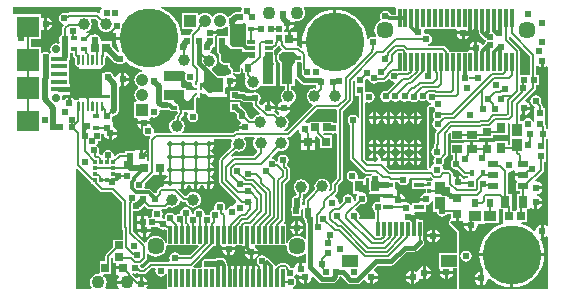
<source format=gtl>
G04*
G04 #@! TF.GenerationSoftware,Altium Limited,Altium Designer,23.3.1 (30)*
G04*
G04 Layer_Physical_Order=1*
G04 Layer_Color=255*
%FSLAX44Y44*%
%MOMM*%
G71*
G04*
G04 #@! TF.SameCoordinates,1BDB8193-2A7E-4E3D-832C-0021DEAB59C5*
G04*
G04*
G04 #@! TF.FilePolarity,Positive*
G04*
G01*
G75*
%ADD13C,0.2000*%
%ADD20R,0.7000X0.8000*%
%ADD21R,0.4750X0.5000*%
%ADD22R,0.4682X0.4725*%
%ADD23C,1.0000*%
%ADD24R,0.5725X0.6153*%
%ADD25R,0.6000X0.5500*%
%ADD26R,0.7000X0.7000*%
%ADD27R,0.7000X0.7000*%
%ADD28R,1.0621X1.2578*%
%ADD29R,0.5000X0.6000*%
%ADD30R,0.5000X0.4500*%
%ADD31R,0.6600X0.3100*%
%ADD32R,0.5500X0.6500*%
%ADD33R,0.6000X0.5000*%
%ADD34R,0.9400X1.7300*%
%ADD35R,0.3000X0.3500*%
%ADD36R,0.3000X1.5000*%
%ADD37R,0.8500X0.7000*%
%ADD38R,0.6000X0.6000*%
%ADD39R,0.8000X0.9000*%
%ADD40R,0.9121X1.1311*%
%ADD41R,0.6000X0.5000*%
G04:AMPARAMS|DCode=42|XSize=0.55mm|YSize=0.8mm|CornerRadius=0.0495mm|HoleSize=0mm|Usage=FLASHONLY|Rotation=270.000|XOffset=0mm|YOffset=0mm|HoleType=Round|Shape=RoundedRectangle|*
%AMROUNDEDRECTD42*
21,1,0.5500,0.7010,0,0,270.0*
21,1,0.4510,0.8000,0,0,270.0*
1,1,0.0990,-0.3505,-0.2255*
1,1,0.0990,-0.3505,0.2255*
1,1,0.0990,0.3505,0.2255*
1,1,0.0990,0.3505,-0.2255*
%
%ADD42ROUNDEDRECTD42*%
%ADD43R,0.4000X0.6000*%
%ADD44R,0.5000X0.5000*%
%ADD45R,0.8000X1.0000*%
%ADD46R,0.6000X0.8000*%
%ADD47R,0.7154X0.6725*%
%ADD48R,1.1311X0.9121*%
%ADD49R,0.3000X1.2000*%
%ADD50R,1.4000X1.0000*%
%ADD51C,0.2300*%
%ADD52R,1.7300X0.9400*%
%ADD53R,0.3500X0.3000*%
%ADD54R,1.3500X0.4000*%
%ADD55R,1.9000X1.8000*%
%ADD56R,1.9000X1.9000*%
%ADD57R,0.6000X0.4000*%
%ADD58R,0.7596X0.7621*%
%ADD59R,0.5200X0.3200*%
%ADD60R,0.5000X0.5000*%
%ADD61R,0.3750X0.3500*%
%ADD62R,0.3500X0.3750*%
%ADD63R,0.6500X0.6500*%
%ADD64R,0.6500X0.6500*%
%ADD65R,0.8961X0.4572*%
%ADD66R,0.5500X0.6000*%
%ADD67R,0.7000X0.9000*%
%ADD89C,0.1800*%
%ADD90C,1.7550*%
%ADD97C,0.5000*%
%ADD105C,0.6000*%
%ADD106C,0.3000*%
%ADD107C,0.5000*%
%ADD108C,0.4000*%
%ADD109C,1.1000*%
%ADD110C,0.6200*%
%ADD111C,1.0500*%
%ADD112R,1.0500X1.0500*%
%ADD113C,1.4500*%
%ADD114R,1.0500X1.0500*%
%ADD115C,0.7000*%
%ADD116C,5.0000*%
%ADD117R,0.5500X0.2000*%
G36*
X196507Y240730D02*
X196297Y240415D01*
X195940Y238620D01*
X196068Y237974D01*
X195820Y237671D01*
X194955Y237062D01*
X194875Y237078D01*
X191325D01*
X191324Y237078D01*
X189764Y236768D01*
X188441Y235884D01*
X188440Y235884D01*
X187061Y234504D01*
X186206Y234334D01*
X185051Y233563D01*
X184499Y233375D01*
X183419Y233710D01*
X182764Y234564D01*
X181354Y235646D01*
X179712Y236326D01*
X177950Y236558D01*
X176188Y236326D01*
X174546Y235646D01*
X173136Y234564D01*
X172357Y233549D01*
X172055Y233451D01*
X171145D01*
X170843Y233549D01*
X170064Y234564D01*
X168654Y235646D01*
X167012Y236326D01*
X165250Y236558D01*
X163488Y236326D01*
X161846Y235646D01*
X160570Y234667D01*
X160018Y234787D01*
X159300Y235170D01*
Y236500D01*
X145800D01*
Y223000D01*
X154571D01*
X155057Y221827D01*
X153198Y219967D01*
X152645Y219140D01*
X152451Y218165D01*
Y217750D01*
X146000D01*
Y217750D01*
X144897Y218153D01*
X144785Y219571D01*
X143773Y223787D01*
X142114Y227792D01*
X139849Y231488D01*
X137034Y234784D01*
X133738Y237599D01*
X130042Y239864D01*
X127951Y240730D01*
X128204Y242000D01*
X195829D01*
X196507Y240730D01*
D02*
G37*
G36*
X77709D02*
X76688Y239202D01*
X76307Y237285D01*
X75475Y236782D01*
X75025Y236655D01*
X74725Y236855D01*
X73750Y237049D01*
X49886D01*
X48911Y236855D01*
X48087Y236305D01*
X48045Y236333D01*
X46250Y236690D01*
X44455Y236333D01*
X42934Y235316D01*
X41917Y233795D01*
X41560Y232000D01*
X41917Y230205D01*
X42934Y228684D01*
X44455Y227667D01*
X45132Y227532D01*
X45550Y226154D01*
X45083Y225688D01*
X44531Y224861D01*
X44337Y223886D01*
Y218688D01*
X43051Y217828D01*
X42034Y216307D01*
X41677Y214512D01*
X42034Y212717D01*
X42331Y212273D01*
X42142Y211314D01*
X40927Y210564D01*
X39500Y210848D01*
X37549Y210460D01*
X35895Y209355D01*
X34790Y207701D01*
X34402Y205750D01*
X34790Y203799D01*
X35017Y203459D01*
X34360Y202157D01*
X33693Y202126D01*
X33566Y202316D01*
X32045Y203333D01*
X30250Y203690D01*
X28455Y203333D01*
X27270Y202541D01*
X26000Y203031D01*
Y208000D01*
X17549D01*
Y214500D01*
X26000D01*
Y222029D01*
X27270Y222708D01*
X28049Y222187D01*
X28980Y222002D01*
Y227500D01*
Y232998D01*
X28049Y232813D01*
X27270Y232292D01*
X26000Y232971D01*
Y235500D01*
X4289D01*
X3019Y236197D01*
Y242000D01*
X77218D01*
X77709Y240730D01*
D02*
G37*
G36*
X326207Y241941D02*
X327000Y241000D01*
Y235059D01*
X322462D01*
X322348Y235634D01*
X321331Y237155D01*
X319809Y238172D01*
X318015Y238529D01*
X316220Y238172D01*
X314698Y237155D01*
X313682Y235634D01*
X313325Y233839D01*
X313682Y232044D01*
X314090Y231433D01*
X313613Y229861D01*
X313087Y229643D01*
X311259Y228241D01*
X309857Y226413D01*
X308975Y224284D01*
X308675Y222000D01*
X308975Y219716D01*
X309857Y217587D01*
X310016Y217380D01*
X309432Y216534D01*
X309204Y216352D01*
X307500Y216691D01*
X305705Y216334D01*
X304184Y215318D01*
X303696Y214587D01*
X302395Y214926D01*
X302285Y216322D01*
X301273Y220537D01*
X299614Y224542D01*
X297349Y228238D01*
X294534Y231534D01*
X291238Y234349D01*
X287542Y236614D01*
X283537Y238273D01*
X279321Y239285D01*
X276270Y239525D01*
Y212000D01*
X275000D01*
Y210730D01*
X247475D01*
X247690Y207996D01*
X246592Y207299D01*
X245838Y208052D01*
X245011Y208605D01*
X244035Y208799D01*
X242790D01*
Y212980D01*
X236750D01*
Y214250D01*
X235480D01*
Y220290D01*
X232584D01*
X231985Y221410D01*
X232147Y221652D01*
X232147Y221652D01*
X232153Y221663D01*
X232800Y222688D01*
X233731Y222503D01*
Y228001D01*
X235001D01*
Y229271D01*
X241221D01*
X241720Y229641D01*
X243250Y229440D01*
X245077Y229680D01*
X246780Y230385D01*
X248242Y231508D01*
X249364Y232970D01*
X250070Y234673D01*
X250310Y236500D01*
X250070Y238327D01*
X249364Y240030D01*
X248873Y240671D01*
X249499Y241941D01*
X326207D01*
D02*
G37*
G36*
X183899Y224865D02*
X184214Y224739D01*
X184376Y224578D01*
Y218011D01*
X183750Y217000D01*
X175750D01*
Y210798D01*
X175626Y210500D01*
Y203750D01*
X176102Y202602D01*
X177376Y201327D01*
Y196250D01*
X177852Y195102D01*
X179852Y193102D01*
X181000Y192626D01*
X184489D01*
Y192601D01*
X184626D01*
Y192000D01*
X185102Y190852D01*
X187500Y188454D01*
Y185957D01*
X186494Y184862D01*
X186328Y184895D01*
X184127Y184457D01*
X182486Y183361D01*
X176186D01*
X170803Y188744D01*
X171139Y190204D01*
X172028Y190572D01*
X173386Y191614D01*
X174428Y192972D01*
X175083Y194553D01*
X175306Y196250D01*
X175083Y197947D01*
X174428Y199528D01*
X173386Y200886D01*
X172028Y201928D01*
X170447Y202583D01*
X169892Y202656D01*
X169584Y203977D01*
X170416Y204534D01*
X171433Y206055D01*
X171790Y207850D01*
X171913Y208000D01*
X173750D01*
Y211606D01*
X173828Y212000D01*
X173828Y212000D01*
Y212500D01*
X173750Y212894D01*
Y216264D01*
X174843Y217899D01*
X175028Y218830D01*
X169530D01*
Y221370D01*
X175028D01*
X174843Y222301D01*
X174791Y222378D01*
X175633Y223403D01*
X176188Y223174D01*
X177950Y222942D01*
X179712Y223174D01*
X181354Y223854D01*
X182710Y224894D01*
X182780Y224935D01*
X183899Y224865D01*
D02*
G37*
G36*
X396270Y221960D02*
X396941D01*
Y220478D01*
X396941Y220478D01*
X397174Y219307D01*
X397837Y218315D01*
X399329Y216823D01*
X399788Y216136D01*
X401095Y214829D01*
X401095Y214829D01*
X402088Y214166D01*
X402651Y214054D01*
X402759Y213893D01*
X403434Y212816D01*
X402417Y211295D01*
X402275Y210580D01*
X402212Y210538D01*
X401051Y209377D01*
X399523Y209645D01*
X398673Y210916D01*
X396807Y212163D01*
X395877Y212348D01*
Y206850D01*
X394607D01*
Y205580D01*
X389109D01*
X389171Y205270D01*
X388317Y204000D01*
X372165D01*
X371994Y204857D01*
X371442Y205684D01*
X368824Y208302D01*
X367997Y208855D01*
X367021Y209049D01*
X354178D01*
X354053Y210319D01*
X354545Y210417D01*
X356066Y211434D01*
X357083Y212955D01*
X357440Y214750D01*
X357083Y216545D01*
X356066Y218066D01*
X354545Y219083D01*
X352750Y219440D01*
X351617Y219215D01*
X350518Y220202D01*
X350601Y220616D01*
X350379Y221730D01*
X351261Y223000D01*
X377792D01*
X378529Y221730D01*
X378417Y221170D01*
X389608D01*
X390257Y221960D01*
X393730D01*
Y232000D01*
X396270D01*
Y221960D01*
D02*
G37*
G36*
X199750Y227500D02*
Y215300D01*
X199650D01*
Y210900D01*
X199250Y210500D01*
X197000Y208250D01*
X188000D01*
X186000Y210250D01*
Y225250D01*
X185250Y226000D01*
X186750Y227500D01*
X196750D01*
X198250Y229000D01*
X199750Y227500D01*
D02*
G37*
G36*
X75219Y229426D02*
X74917Y228697D01*
X74694Y227000D01*
X74917Y225303D01*
X75572Y223722D01*
X76614Y222364D01*
X77972Y221322D01*
X79553Y220667D01*
X81250Y220444D01*
X82947Y220667D01*
X84528Y221322D01*
X85106Y221766D01*
X86359Y221559D01*
X86620Y221168D01*
X88486Y219922D01*
X90210Y219579D01*
X90215Y219571D01*
X89975Y216520D01*
X117500D01*
Y213980D01*
X89975D01*
X90215Y210928D01*
X91227Y206713D01*
X92377Y203937D01*
X91300Y203217D01*
X86811Y207707D01*
Y212561D01*
X77645D01*
X76839Y213542D01*
X76940Y214050D01*
X76583Y215845D01*
X75566Y217366D01*
X74045Y218383D01*
X72250Y218740D01*
X70455Y218383D01*
X69560Y217785D01*
X68290Y218464D01*
Y219540D01*
X65044D01*
X64791Y220810D01*
X66028Y221322D01*
X67386Y222364D01*
X68428Y223722D01*
X69083Y225303D01*
X69306Y227000D01*
X69083Y228697D01*
X68428Y230278D01*
X68119Y230681D01*
X68745Y231951D01*
X72694D01*
X75219Y229426D01*
D02*
G37*
G36*
X79000Y193750D02*
Y193551D01*
X78848Y193183D01*
X78566Y192902D01*
X78199Y192750D01*
X77801D01*
X77434Y192902D01*
X77152Y193183D01*
X77000Y193551D01*
Y193750D01*
Y201250D01*
X79000D01*
Y193750D01*
D02*
G37*
G36*
X75000D02*
Y193551D01*
X74848Y193183D01*
X74566Y192902D01*
X74199Y192750D01*
X73801D01*
X73433Y192902D01*
X73152Y193183D01*
X73000Y193551D01*
Y193750D01*
Y201250D01*
X75000D01*
X75000Y193750D01*
D02*
G37*
G36*
X71000D02*
Y193551D01*
X70848Y193183D01*
X70566Y192902D01*
X70199Y192750D01*
X69801D01*
X69433Y192902D01*
X69152Y193183D01*
X69000Y193551D01*
Y193750D01*
Y201250D01*
X71000D01*
Y193750D01*
D02*
G37*
G36*
X67000D02*
Y193551D01*
X66848Y193183D01*
X66566Y192902D01*
X66199Y192750D01*
X65801D01*
X65434Y192902D01*
X65152Y193183D01*
X65000Y193551D01*
Y193750D01*
Y201250D01*
X67000D01*
Y193750D01*
D02*
G37*
G36*
X63000D02*
Y193551D01*
X62848Y193183D01*
X62566Y192902D01*
X62199Y192750D01*
X61801D01*
X61434Y192902D01*
X61152Y193183D01*
X61000Y193551D01*
Y193750D01*
X61000D01*
Y201250D01*
X63000D01*
Y193750D01*
D02*
G37*
G36*
X59000D02*
Y193551D01*
X58848Y193183D01*
X58566Y192902D01*
X58199Y192750D01*
X57801D01*
X57434Y192902D01*
X57152Y193183D01*
X57000Y193551D01*
Y193750D01*
Y201250D01*
X59000D01*
Y193750D01*
D02*
G37*
G36*
X452271Y190503D02*
X453202Y190688D01*
X454671Y191670D01*
X455941Y191131D01*
Y138250D01*
X454299D01*
Y139715D01*
X454105Y140690D01*
X453552Y141517D01*
X452862Y142207D01*
Y146959D01*
Y156112D01*
X451049D01*
Y157864D01*
X450855Y158839D01*
X450302Y159666D01*
X449555Y160413D01*
X449583Y160455D01*
X449940Y162250D01*
X449583Y164045D01*
X448566Y165566D01*
X447045Y166583D01*
X445250Y166940D01*
X443455Y166583D01*
X441934Y165566D01*
X440917Y164045D01*
X440560Y162250D01*
X440917Y160455D01*
X441934Y158934D01*
X443455Y157917D01*
X444165Y157776D01*
X444375Y157382D01*
X444138Y156112D01*
X444138D01*
Y144297D01*
X442868Y144172D01*
X442744Y144795D01*
X441727Y146316D01*
X440205Y147333D01*
X438411Y147690D01*
X436616Y147333D01*
X435094Y146316D01*
X434192Y144966D01*
X431799D01*
Y150176D01*
X432919Y150774D01*
X433049Y150687D01*
X433980Y150502D01*
Y156000D01*
X435250D01*
Y157270D01*
X440748D01*
X440563Y158201D01*
X439316Y160066D01*
X437451Y161313D01*
X436659Y161470D01*
X436290Y162686D01*
X445052Y171448D01*
X445605Y172275D01*
X445799Y173250D01*
Y176000D01*
X448000D01*
Y184500D01*
X445799D01*
Y191523D01*
X447069Y191845D01*
X448801Y190688D01*
X449731Y190503D01*
Y196001D01*
X452271D01*
Y190503D01*
D02*
G37*
G36*
X234214Y203701D02*
X240299D01*
X245000Y199000D01*
X245073Y198823D01*
X242750Y196500D01*
X241750D01*
Y195500D01*
X239750Y193500D01*
X238500Y190250D01*
X233500D01*
X230500Y193250D01*
Y195000D01*
X228000Y197500D01*
Y200750D01*
X231000Y203750D01*
X233968D01*
X234214Y203701D01*
D02*
G37*
G36*
X222500Y200750D02*
Y194750D01*
X223750Y193500D01*
X220500Y190250D01*
X219250D01*
X214500Y193000D01*
Y199000D01*
X217500Y202000D01*
X221250D01*
X222500Y200750D01*
D02*
G37*
G36*
X182000Y210250D02*
Y209750D01*
X183750D01*
X184489Y209011D01*
Y208644D01*
X184856D01*
X187250Y206250D01*
X194750D01*
X197250Y203750D01*
X201500D01*
X205028Y201986D01*
X204736Y200750D01*
X203250D01*
X194500Y192000D01*
Y187000D01*
X191250D01*
X186250Y192000D01*
Y194250D01*
X181000D01*
X179000Y196250D01*
Y202000D01*
X177250Y203750D01*
Y210500D01*
X178250D01*
X180000Y212250D01*
X182000Y210250D01*
D02*
G37*
G36*
X440701Y200063D02*
Y184500D01*
X431549D01*
Y204500D01*
X431355Y205476D01*
X430802Y206302D01*
X422549Y214556D01*
Y216420D01*
X423819Y216946D01*
X440701Y200063D01*
D02*
G37*
G36*
X321609Y180760D02*
X322329Y179684D01*
X323850Y178667D01*
X325240Y178391D01*
X325787Y177142D01*
X319155Y170510D01*
X318250Y170690D01*
X316455Y170333D01*
X314934Y169316D01*
X313917Y167795D01*
X313560Y166000D01*
X313917Y164205D01*
X314934Y162684D01*
X316455Y161667D01*
X318250Y161310D01*
X320045Y161667D01*
X321566Y162684D01*
X321797Y163028D01*
X322841D01*
X323220Y162872D01*
X324654Y161914D01*
X326449Y161556D01*
X328244Y161914D01*
X329566Y162797D01*
X330878Y162718D01*
X332399Y161701D01*
X334194Y161344D01*
X335989Y161701D01*
X337042Y162404D01*
X338571Y162402D01*
X340093Y161385D01*
X341888Y161028D01*
X343682Y161385D01*
X345204Y162402D01*
X345344Y162612D01*
X346990Y162914D01*
X347722Y162425D01*
X349517Y162068D01*
X351312Y162425D01*
X351910Y162825D01*
X352917Y163330D01*
X353538Y162501D01*
X353984Y161834D01*
X355505Y160817D01*
X356477Y160624D01*
X356682Y159717D01*
X355802Y158624D01*
X355000D01*
X353852Y158148D01*
X353376Y157000D01*
Y105604D01*
X353586Y105098D01*
X353671Y104819D01*
X353068Y103549D01*
X322129D01*
X318742Y106936D01*
X319330Y108037D01*
Y111730D01*
X315077D01*
X314902Y111437D01*
X314716Y111329D01*
X313951Y112058D01*
X314139Y113000D01*
X313748Y114966D01*
X312634Y116634D01*
X310966Y117748D01*
X310270Y117886D01*
Y113000D01*
X309000D01*
Y111730D01*
X304041D01*
X303958Y111596D01*
X302569Y111286D01*
X301049Y112806D01*
Y160409D01*
X302169Y161008D01*
X302305Y160917D01*
X304100Y160560D01*
X305895Y160917D01*
X307416Y161934D01*
X308433Y163455D01*
X308790Y165250D01*
X308433Y167045D01*
X307416Y168566D01*
X305895Y169583D01*
X304100Y169940D01*
X302305Y169583D01*
X302069Y169425D01*
X301682Y169448D01*
X301484Y169512D01*
X300750Y170071D01*
Y179809D01*
X301947Y180820D01*
X302000Y180810D01*
X302656Y180940D01*
X304119Y179972D01*
X304190Y179614D01*
X305207Y178093D01*
X306729Y177076D01*
X308523Y176719D01*
X310318Y177076D01*
X311840Y178093D01*
X312192Y178619D01*
X316616D01*
X317591Y178813D01*
X318418Y179366D01*
X320139Y181087D01*
X321609Y180760D01*
D02*
G37*
G36*
X53451Y201250D02*
X53645Y200275D01*
X54198Y199448D01*
X55376Y198269D01*
Y193551D01*
X55500Y193253D01*
X55500Y192930D01*
X55652Y192562D01*
X55881Y192334D01*
X56004Y192036D01*
X56286Y191754D01*
X56584Y191631D01*
X56812Y191402D01*
X57180Y191250D01*
X57503Y191250D01*
X57801Y191126D01*
X58184D01*
X58344Y190955D01*
X58788Y190155D01*
X58833Y189985D01*
X58509Y189500D01*
X77491D01*
X77167Y189985D01*
X77212Y190155D01*
X77656Y190955D01*
X77816Y191126D01*
X78199D01*
X78497Y191250D01*
X78820Y191250D01*
X79188Y191402D01*
X79416Y191631D01*
X79714Y191754D01*
X79996Y192036D01*
X80119Y192334D01*
X80348Y192562D01*
X80500Y192930D01*
Y193253D01*
X80624Y193551D01*
Y198797D01*
X81069Y199464D01*
X81178Y200009D01*
X82439Y200543D01*
X87849Y195133D01*
X87849Y195133D01*
X89172Y194249D01*
X90733Y193938D01*
X91080D01*
X91805Y193454D01*
X93600Y193097D01*
X95395Y193454D01*
X96916Y194471D01*
X97125Y194783D01*
X98800Y195004D01*
X101262Y192901D01*
X104958Y190636D01*
X108963Y188977D01*
X112279Y188181D01*
X112250Y186958D01*
X110488Y186726D01*
X108846Y186046D01*
X107436Y184964D01*
X106354Y183554D01*
X105674Y181912D01*
X105442Y180150D01*
X105674Y178388D01*
X106354Y176746D01*
X107436Y175336D01*
X108451Y174557D01*
X108549Y174255D01*
Y173345D01*
X108451Y173043D01*
X107436Y172264D01*
X106354Y170854D01*
X105674Y169212D01*
X105442Y167450D01*
X105674Y165688D01*
X106354Y164046D01*
X107333Y162770D01*
X107213Y162218D01*
X106830Y161500D01*
X105500D01*
Y148000D01*
X108077D01*
X108756Y146730D01*
X108133Y145797D01*
X107948Y144867D01*
X118944D01*
X118759Y145797D01*
X118135Y146730D01*
X118292Y147023D01*
X119000Y148000D01*
Y148000D01*
X120065Y148569D01*
X120305Y148409D01*
X122100Y148052D01*
X123895Y148409D01*
X125416Y149425D01*
X126433Y150947D01*
X126790Y152742D01*
X126653Y153433D01*
X127733Y154513D01*
X128443Y154372D01*
X133000D01*
X134561Y154682D01*
X134670Y154755D01*
X135087Y154337D01*
X136080Y153674D01*
X136250Y153640D01*
X136250Y153500D01*
X137250Y153441D01*
X137250Y153441D01*
X137496Y153441D01*
X139500D01*
X139796Y153500D01*
X141517D01*
X142043Y152230D01*
X140365Y150552D01*
X139813Y149726D01*
X139619Y148750D01*
Y147006D01*
X138222Y146428D01*
X136864Y145386D01*
X135822Y144028D01*
X135167Y142447D01*
X134944Y140750D01*
X135167Y139053D01*
X135822Y137472D01*
X136864Y136114D01*
X136923Y136069D01*
X136492Y134799D01*
X123500D01*
X122799Y134660D01*
X122709Y134702D01*
X122074Y135252D01*
X121799Y135648D01*
X122063Y136973D01*
X121706Y138768D01*
X120689Y140290D01*
X119168Y141307D01*
X119040Y142327D01*
X107948D01*
X108133Y141396D01*
X109380Y139530D01*
X111245Y138284D01*
X111998Y138134D01*
X112704Y137078D01*
X112683Y136973D01*
X113040Y135179D01*
X114057Y133657D01*
X115578Y132640D01*
X117373Y132283D01*
X118321Y132472D01*
X118947Y131304D01*
X118947Y131302D01*
X118395Y130476D01*
X118201Y129500D01*
Y111587D01*
X117810Y111295D01*
X116874Y111645D01*
X116540Y111933D01*
Y114480D01*
X111500D01*
Y115750D01*
X110230D01*
Y120790D01*
X106460D01*
Y120498D01*
X105500Y119750D01*
X105190Y119750D01*
X101894D01*
X101500Y119828D01*
X101106Y119750D01*
X97500D01*
Y118299D01*
X93125D01*
X92149Y118105D01*
X91323Y117552D01*
X88964Y115194D01*
X87794Y115820D01*
X87835Y116025D01*
X87478Y117820D01*
X86461Y119341D01*
X84939Y120358D01*
X83145Y120715D01*
X81350Y120358D01*
X79828Y119341D01*
X78811Y117820D01*
X78593Y116719D01*
X77214Y116301D01*
X77088Y116427D01*
X76261Y116980D01*
X75920Y117048D01*
X75275Y118368D01*
X75333Y118455D01*
X75690Y120250D01*
X75333Y122045D01*
X74316Y123566D01*
X73316Y124235D01*
Y124684D01*
X74333Y126205D01*
X74690Y128000D01*
X74895Y128250D01*
X77375D01*
Y133960D01*
X79668D01*
X79925Y132670D01*
X81172Y130804D01*
X83037Y129558D01*
X83968Y129373D01*
Y134870D01*
X85238D01*
Y136140D01*
X90736D01*
X90550Y137071D01*
X89304Y138937D01*
X87438Y140183D01*
X87290Y140213D01*
Y144040D01*
X86998D01*
X86250Y145000D01*
Y148276D01*
X87000Y149422D01*
X88561Y149732D01*
X89884Y150616D01*
X91384Y152116D01*
X92268Y153439D01*
X92578Y155000D01*
X92578Y155000D01*
Y174258D01*
X93848Y175078D01*
X94230Y175002D01*
Y180500D01*
Y185998D01*
X93299Y185813D01*
X91434Y184566D01*
X90187Y182701D01*
X90152Y182525D01*
X88937Y182156D01*
X87753Y183340D01*
X87583Y184195D01*
X86566Y185716D01*
X85045Y186733D01*
X83703Y187000D01*
X82797D01*
X81455Y186733D01*
X79934Y185716D01*
X79796Y185511D01*
X78600Y186007D01*
X78649Y186250D01*
X78499Y187000D01*
X77750D01*
Y167500D01*
X84500D01*
Y165000D01*
X58509D01*
X58833Y164515D01*
X58788Y164345D01*
X58344Y163545D01*
X58184Y163374D01*
X57801D01*
X57503Y163250D01*
X57180D01*
X56812Y163098D01*
X56771Y163056D01*
X55810Y162965D01*
X55080Y163300D01*
X54567Y164068D01*
X53172Y165000D01*
X51771D01*
Y160002D01*
X49231D01*
Y165499D01*
X48300Y165314D01*
X46435Y164068D01*
X45612Y162836D01*
X44415Y163331D01*
X44598Y164250D01*
X44210Y166201D01*
X44117Y166340D01*
X44716Y167460D01*
X51040D01*
Y170730D01*
X41750D01*
Y173270D01*
X51040D01*
Y176540D01*
X50000D01*
Y188000D01*
Y196890D01*
X50768Y198039D01*
X51078Y199600D01*
Y202750D01*
X53451D01*
Y201250D01*
D02*
G37*
G36*
X228561Y208491D02*
X228948Y207912D01*
X230372Y206488D01*
X230074Y204990D01*
X229852Y204898D01*
X227689Y202735D01*
X227204Y202411D01*
X226881Y201927D01*
X226852Y201898D01*
X226836Y201861D01*
X226188Y200890D01*
X225831Y199095D01*
X226188Y197300D01*
X227204Y195779D01*
X227869Y195334D01*
X228876Y194328D01*
Y193250D01*
X228900Y193193D01*
Y174850D01*
X233201D01*
Y171980D01*
X232472Y171678D01*
X231114Y170636D01*
X230072Y169278D01*
X229417Y167697D01*
X229194Y166000D01*
X229417Y164303D01*
X230072Y162722D01*
X230245Y162497D01*
X229942Y161690D01*
X229636Y161204D01*
X227934Y160066D01*
X226687Y158201D01*
X226502Y157270D01*
X237498D01*
X237313Y158201D01*
X237117Y158494D01*
X237771Y159801D01*
X239028Y160322D01*
X240386Y161364D01*
X241428Y162722D01*
X242083Y164303D01*
X242306Y166000D01*
X242083Y167697D01*
X241428Y169278D01*
X240386Y170636D01*
X239028Y171678D01*
X238299Y171980D01*
Y174850D01*
X241300D01*
Y180398D01*
X242570Y180883D01*
X246477Y176977D01*
X247634Y176203D01*
X249000Y175931D01*
X259250D01*
Y174000D01*
X259250D01*
X259167Y172764D01*
X259039Y172636D01*
X257750Y172806D01*
X256053Y172583D01*
X254472Y171928D01*
X253114Y170886D01*
X252072Y169528D01*
X251417Y167947D01*
X251194Y166250D01*
X251417Y164553D01*
X252072Y162972D01*
X253114Y161614D01*
X254472Y160572D01*
X256053Y159917D01*
X256242Y159893D01*
X256697Y158552D01*
X234844Y136699D01*
X232178D01*
X231925Y137969D01*
X232778Y138322D01*
X234136Y139364D01*
X235178Y140722D01*
X235833Y142303D01*
X236056Y144000D01*
X235833Y145697D01*
X235178Y147278D01*
X234136Y148636D01*
X233366Y149226D01*
X233683Y150584D01*
X234201Y150687D01*
X236066Y151934D01*
X237313Y153799D01*
X237498Y154730D01*
X226502D01*
X226687Y153799D01*
X227934Y151934D01*
X228054Y151853D01*
X227802Y150586D01*
X226829Y150276D01*
X225451Y151654D01*
X224624Y152206D01*
X224461Y152239D01*
X223870Y153641D01*
X224304Y154291D01*
X224489Y155222D01*
X218992D01*
Y156492D01*
X217722D01*
Y161989D01*
X216791Y161804D01*
X214925Y160558D01*
X213916Y159048D01*
X212481Y158687D01*
X211103Y160066D01*
Y161638D01*
X212083Y163105D01*
X212440Y164900D01*
X212083Y166695D01*
X211066Y168216D01*
X209545Y169233D01*
X207750Y169590D01*
X205955Y169233D01*
X204968Y168573D01*
X200128D01*
X199678Y169023D01*
X198520Y169797D01*
X197155Y170068D01*
X195250D01*
Y171000D01*
X186250D01*
Y163000D01*
X190905D01*
X191250Y162931D01*
X195676D01*
X196127Y162481D01*
X197284Y161708D01*
X198650Y161436D01*
X204654D01*
X205955Y160567D01*
X206005Y160557D01*
Y159010D01*
X206199Y158035D01*
X206751Y157208D01*
X211928Y152031D01*
X211623Y151158D01*
X211373Y150789D01*
X209803Y150583D01*
X208222Y149928D01*
X206864Y148886D01*
X205822Y147528D01*
X205520Y146799D01*
X203975D01*
X201524Y149250D01*
X201545Y149355D01*
X201188Y151149D01*
X200171Y152671D01*
X199780Y152932D01*
X199731Y153182D01*
X198957Y154340D01*
X195250Y158047D01*
Y161000D01*
X186250D01*
Y153000D01*
X190203D01*
X192444Y150759D01*
X192164Y149355D01*
X192521Y147560D01*
X193538Y146038D01*
X195060Y145021D01*
X195111Y145011D01*
X195337Y143671D01*
X194187Y141951D01*
X194002Y141020D01*
X199500D01*
Y138480D01*
X194002D01*
X194104Y137969D01*
X193344Y136699D01*
X191543D01*
X190568Y136505D01*
X189741Y135952D01*
X188588Y134799D01*
X146508D01*
X146077Y136069D01*
X146136Y136114D01*
X147178Y137472D01*
X147833Y139053D01*
X148056Y140750D01*
X147833Y142447D01*
X147178Y144028D01*
X146136Y145386D01*
X144778Y146428D01*
X144717Y146453D01*
Y147694D01*
X146802Y149780D01*
X147355Y150607D01*
X147549Y151582D01*
Y152500D01*
X150196D01*
X150875Y151230D01*
X150517Y150695D01*
X150160Y148900D01*
X150517Y147105D01*
X151534Y145584D01*
X153055Y144567D01*
X154850Y144210D01*
X156645Y144567D01*
X157508Y145143D01*
X158166Y145584D01*
X159183Y147105D01*
X159540Y148900D01*
X159183Y150695D01*
X158166Y152216D01*
X158133Y152239D01*
X157500Y152662D01*
Y159254D01*
X157549Y159500D01*
Y162226D01*
Y162549D01*
X157750Y162750D01*
Y163034D01*
X157874Y163333D01*
Y164824D01*
X158474Y165300D01*
X158886Y165558D01*
X159889Y164889D01*
X160750Y165750D01*
Y167500D01*
X161500Y168250D01*
X164750D01*
X165000Y168500D01*
X167750Y165750D01*
X182476D01*
X183601Y164625D01*
Y160798D01*
D01*
Y168357D01*
X182561D01*
Y173531D01*
X183681Y174130D01*
X184127Y173832D01*
X185058Y173647D01*
Y179144D01*
X186328D01*
Y180415D01*
X191825D01*
X191640Y181345D01*
X190394Y183211D01*
X188868Y184230D01*
X189254Y185500D01*
X190952D01*
X191250Y185376D01*
X194500D01*
X194798Y185500D01*
X196000D01*
Y186702D01*
X196124Y187000D01*
Y190103D01*
X196230Y190174D01*
X197500Y189496D01*
Y185500D01*
X198751D01*
Y184000D01*
X198945Y183025D01*
X199498Y182198D01*
X200222Y181473D01*
X200072Y181278D01*
X199417Y179697D01*
X199194Y178000D01*
X199417Y176303D01*
X200072Y174722D01*
X201114Y173364D01*
X202472Y172322D01*
X204053Y171667D01*
X205750Y171444D01*
X207447Y171667D01*
X209028Y172322D01*
X210386Y173364D01*
X211428Y174722D01*
X211530Y174969D01*
X212800Y174850D01*
Y174850D01*
X225200D01*
Y193081D01*
X225374Y193500D01*
X225200Y193919D01*
Y195150D01*
X224396D01*
X224124Y195422D01*
Y200750D01*
X223950Y201169D01*
Y205423D01*
X224061Y205445D01*
X224888Y205998D01*
X226752Y207862D01*
X227161Y208474D01*
X227692Y208588D01*
X227916Y208593D01*
X228561Y208491D01*
D02*
G37*
G36*
X149234Y185766D02*
X148424Y184554D01*
X148067Y182759D01*
X148424Y180964D01*
X149441Y179443D01*
X150963Y178426D01*
X152758Y178069D01*
X153018Y178121D01*
X154000Y177315D01*
Y175750D01*
X154000D01*
X155954Y173797D01*
X155718Y172549D01*
X152750Y171250D01*
X148900D01*
Y173350D01*
X146650D01*
X145000Y175000D01*
Y186000D01*
X147000Y188000D01*
X149234Y185766D01*
D02*
G37*
G36*
X174750Y180250D02*
Y171750D01*
X173000D01*
X170500Y169250D01*
X168000D01*
X162000Y175250D01*
Y175750D01*
X162250Y176750D01*
X164000Y178500D01*
Y189250D01*
X165750D01*
X174750Y180250D01*
D02*
G37*
G36*
X156250Y166332D02*
Y163333D01*
X155925Y162549D01*
Y161675D01*
X151750Y157500D01*
X143500D01*
X142750Y158250D01*
Y159500D01*
X141500D01*
X139000Y162000D01*
Y164500D01*
X146750D01*
X147000Y164750D01*
X149680Y162070D01*
X150250Y161500D01*
X150250Y160750D01*
X155052Y166752D01*
X156250Y166332D01*
D02*
G37*
G36*
X78566Y161598D02*
X78848Y161317D01*
X79000Y160949D01*
Y160750D01*
Y153250D01*
X77000D01*
Y160750D01*
Y160949D01*
X77152Y161317D01*
X77434Y161598D01*
X77801Y161750D01*
X78199D01*
X78566Y161598D01*
D02*
G37*
G36*
X74566D02*
X74848Y161317D01*
X75000Y160949D01*
Y160750D01*
X75000D01*
Y153250D01*
X73000D01*
Y160750D01*
Y160949D01*
X73152Y161317D01*
X73433Y161598D01*
X73801Y161750D01*
X74199D01*
X74566Y161598D01*
D02*
G37*
G36*
X70566D02*
X70848Y161317D01*
X71000Y160949D01*
Y160750D01*
Y153250D01*
X69000D01*
Y160750D01*
Y160949D01*
X69152Y161317D01*
X69433Y161598D01*
X69801Y161750D01*
X70199D01*
X70566Y161598D01*
D02*
G37*
G36*
X66566D02*
X66848Y161317D01*
X67000Y160949D01*
Y160750D01*
Y153250D01*
X65000D01*
Y160750D01*
Y160949D01*
X65152Y161317D01*
X65434Y161598D01*
X65801Y161750D01*
X66199D01*
X66566Y161598D01*
D02*
G37*
G36*
X62566D02*
X62848Y161317D01*
X63000Y160949D01*
Y160750D01*
Y153250D01*
X61000D01*
X61000Y160750D01*
Y160949D01*
X61152Y161317D01*
X61434Y161598D01*
X61801Y161750D01*
X62199D01*
X62566Y161598D01*
D02*
G37*
G36*
X58566D02*
X58848Y161317D01*
X59000Y160949D01*
Y160750D01*
Y153250D01*
X57000D01*
Y160750D01*
Y160949D01*
X57152Y161317D01*
X57434Y161598D01*
X57801Y161750D01*
X58199D01*
X58566Y161598D01*
D02*
G37*
G36*
X292250Y179256D02*
Y166750D01*
X295951D01*
Y148532D01*
X294681Y148146D01*
X294066Y149066D01*
X292545Y150083D01*
X290750Y150440D01*
X288955Y150083D01*
X287434Y149066D01*
X286417Y147545D01*
X286060Y145750D01*
X286417Y143955D01*
X287434Y142434D01*
X287951Y142088D01*
Y114000D01*
X288145Y113025D01*
X288698Y112198D01*
X299471Y101424D01*
X300298Y100872D01*
X301273Y100678D01*
X306234D01*
X306620Y99408D01*
X306184Y99116D01*
X305848Y98614D01*
X305833Y98597D01*
X305531Y98360D01*
X304192Y98286D01*
X303969Y98257D01*
X303761Y98341D01*
X301531Y98329D01*
X300963Y98090D01*
X300392Y97853D01*
X300390Y97849D01*
X300386Y97847D01*
X300153Y97276D01*
X299916Y96705D01*
Y95750D01*
X295178D01*
X294417Y97020D01*
X294690Y98392D01*
X294333Y100187D01*
X293316Y101709D01*
X291795Y102726D01*
X290000Y103083D01*
X288205Y102726D01*
X286684Y101709D01*
X285667Y100187D01*
X285310Y98392D01*
X285667Y96598D01*
X286684Y95076D01*
X288205Y94059D01*
X290000Y93702D01*
X290500Y93292D01*
Y83750D01*
X293821D01*
X294147Y83231D01*
X294367Y82480D01*
X293480Y81153D01*
X293123Y79358D01*
X293304Y78453D01*
X292419Y77569D01*
X291249Y78194D01*
X291290Y78401D01*
X290933Y80196D01*
X289916Y81717D01*
X288395Y82734D01*
X286600Y83091D01*
X284805Y82734D01*
X283284Y81717D01*
X282267Y80196D01*
X281910Y78401D01*
X282090Y77496D01*
X279842Y75248D01*
X278671Y75873D01*
X278695Y75992D01*
X278257Y78193D01*
X277011Y80058D01*
X275501Y81067D01*
X275140Y82502D01*
X276835Y84198D01*
X277388Y85024D01*
X277582Y86000D01*
Y90289D01*
X281302Y94010D01*
X281855Y94837D01*
X282049Y95812D01*
Y153388D01*
X289550Y160889D01*
X290102Y161716D01*
X290296Y162691D01*
Y179128D01*
X291081Y179764D01*
X292250Y179256D01*
D02*
G37*
G36*
X276951Y154444D02*
Y143841D01*
X275831Y143242D01*
X275695Y143333D01*
X273900Y143690D01*
X273250Y144224D01*
Y144500D01*
X263750D01*
X263750Y144500D01*
X263250D01*
Y144500D01*
X262480Y144500D01*
X253750D01*
Y143792D01*
X252630Y143193D01*
X252451Y143313D01*
X250793Y143642D01*
X250314Y144960D01*
X260376Y155021D01*
X276477D01*
X276951Y154444D01*
D02*
G37*
G36*
X423189Y142551D02*
Y130655D01*
Y125049D01*
X421500D01*
Y128500D01*
X410500D01*
Y128500D01*
X409790Y127540D01*
X405020D01*
Y121500D01*
X402480D01*
Y127540D01*
X397710D01*
Y127290D01*
X392520D01*
Y121250D01*
X389980D01*
Y127290D01*
X384460D01*
Y126250D01*
X373250D01*
Y116250D01*
X375451D01*
Y112344D01*
X374684Y111832D01*
X373667Y110310D01*
X373310Y108515D01*
X373667Y106720D01*
X374684Y105199D01*
X376205Y104182D01*
X378000Y103825D01*
X378905Y104005D01*
X383713Y99198D01*
X384540Y98645D01*
X385515Y98451D01*
X387750D01*
Y96540D01*
X385710D01*
Y96277D01*
X384440Y95892D01*
X383493Y97309D01*
X381627Y98556D01*
X380696Y98741D01*
Y93243D01*
X378157D01*
Y98741D01*
X377226Y98556D01*
X376569Y98117D01*
X375299Y98796D01*
Y99828D01*
X375105Y100804D01*
X374552Y101631D01*
X373381Y102802D01*
X372554Y103355D01*
X371578Y103549D01*
X367621D01*
X367433Y103778D01*
X366995Y105978D01*
X365909Y107604D01*
X366517Y108010D01*
X367534Y109532D01*
X367891Y111327D01*
X367649Y112544D01*
X370383Y115278D01*
X370935Y116105D01*
X371129Y117080D01*
Y134325D01*
X372077Y135272D01*
X373250Y134786D01*
Y128750D01*
X384750D01*
Y128750D01*
X385500D01*
Y128750D01*
X397000D01*
Y131201D01*
X398750D01*
Y130500D01*
X408750D01*
Y132951D01*
X412500D01*
X413475Y133145D01*
X414007Y133500D01*
X421500D01*
Y143333D01*
X421957Y143475D01*
X423189Y142551D01*
D02*
G37*
G36*
X244608Y137457D02*
X244937Y135799D01*
X246184Y133934D01*
X246460Y133749D01*
Y128770D01*
X258540D01*
Y131559D01*
X259810Y132085D01*
X262500Y129395D01*
Y122000D01*
X272500D01*
Y133000D01*
X266111D01*
X265376Y133891D01*
X265850Y135000D01*
X271607D01*
X272105Y134667D01*
X273900Y134310D01*
X275695Y134667D01*
X275831Y134758D01*
X276951Y134159D01*
Y96868D01*
X273231Y93147D01*
X272678Y92320D01*
X272484Y91345D01*
Y87056D01*
X271207Y85778D01*
X270178Y86472D01*
X270833Y88053D01*
X271056Y89750D01*
X270833Y91447D01*
X270178Y93028D01*
X269136Y94386D01*
X267778Y95428D01*
X266197Y96083D01*
X264500Y96306D01*
X262803Y96083D01*
X261222Y95428D01*
X259864Y94386D01*
X258822Y93028D01*
X258167Y91447D01*
X257944Y89750D01*
X258167Y88053D01*
X258469Y87324D01*
X250698Y79552D01*
X250145Y78725D01*
X249951Y77750D01*
Y73750D01*
X248680D01*
X248500Y73750D01*
X247714Y74064D01*
X247469Y75360D01*
X247665Y75654D01*
X248022Y77449D01*
X247665Y79244D01*
X247637Y79285D01*
X247799Y79448D01*
X248352Y80275D01*
X248546Y81250D01*
Y82958D01*
X250028Y83572D01*
X251386Y84614D01*
X252428Y85972D01*
X253083Y87553D01*
X253306Y89250D01*
X253083Y90947D01*
X252428Y92528D01*
X251386Y93886D01*
X250028Y94928D01*
X248447Y95583D01*
X246750Y95806D01*
X245053Y95583D01*
X243472Y94928D01*
X242114Y93886D01*
X241072Y92528D01*
X240417Y90947D01*
X240194Y89250D01*
X240417Y87553D01*
X241072Y85972D01*
X242114Y84614D01*
X243448Y83591D01*
Y82306D01*
X243268Y82126D01*
X241537Y81782D01*
X240016Y80765D01*
X238999Y79244D01*
X238642Y77449D01*
X238999Y75654D01*
X239254Y75273D01*
Y73750D01*
X238500D01*
Y71609D01*
X238422Y71214D01*
X238422Y71214D01*
Y69250D01*
X238500Y68856D01*
Y64750D01*
X246500D01*
Y68856D01*
X246578Y69250D01*
Y69705D01*
X247100Y70486D01*
X247230Y71139D01*
X248500Y71014D01*
Y69644D01*
X248422Y69250D01*
Y63825D01*
X248732Y62264D01*
X249616Y60941D01*
X249737Y60860D01*
X249967Y59705D01*
X250931Y58262D01*
Y45645D01*
X250197Y45395D01*
X249661Y45301D01*
X247913Y46643D01*
X245784Y47525D01*
X243500Y47825D01*
X241216Y47525D01*
X239087Y46643D01*
X237259Y45241D01*
X235857Y43413D01*
X235270Y41996D01*
X234000Y42249D01*
Y58000D01*
X232528D01*
X232041Y59173D01*
X232552Y59684D01*
X233105Y60511D01*
X233299Y61487D01*
Y80750D01*
X233299Y80750D01*
Y92026D01*
X236302Y95029D01*
X236855Y95856D01*
X237049Y96832D01*
Y104200D01*
X236855Y105175D01*
X236302Y106002D01*
X234853Y107452D01*
Y108738D01*
X235833Y110205D01*
X236190Y112000D01*
X235833Y113795D01*
X234816Y115316D01*
X233295Y116333D01*
X231500Y116690D01*
X229705Y116333D01*
X228184Y115316D01*
X227167Y113795D01*
X226810Y112000D01*
X226946Y111316D01*
X225749Y110821D01*
X225151Y111716D01*
X223630Y112733D01*
X222174Y113023D01*
X221593Y114238D01*
X227574Y120219D01*
X228303Y119917D01*
X230000Y119694D01*
X231697Y119917D01*
X233278Y120572D01*
X234636Y121614D01*
X235678Y122972D01*
X236333Y124553D01*
X236556Y126250D01*
X236333Y127947D01*
X235678Y129528D01*
X235062Y130331D01*
X235688Y131601D01*
X235900D01*
X236875Y131795D01*
X237702Y132348D01*
X243290Y137936D01*
X244608Y137457D01*
D02*
G37*
G36*
X207188Y130331D02*
X206572Y129528D01*
X205917Y127947D01*
X205694Y126250D01*
X205917Y124553D01*
X206572Y122972D01*
X207614Y121614D01*
X208972Y120572D01*
X209701Y120270D01*
Y118806D01*
X206444Y115549D01*
X189885D01*
X188910Y115355D01*
X188445Y115044D01*
X187636Y116031D01*
X191324Y119719D01*
X192053Y119417D01*
X193750Y119194D01*
X195447Y119417D01*
X197028Y120072D01*
X198386Y121114D01*
X199428Y122472D01*
X200083Y124053D01*
X200306Y125750D01*
X200083Y127447D01*
X199428Y129028D01*
X198428Y130331D01*
X198468Y130583D01*
X198888Y131601D01*
X206562D01*
X207188Y130331D01*
D02*
G37*
G36*
X359467Y156428D02*
X360290Y155878D01*
X360293Y154353D01*
X359574Y153873D01*
X358557Y152351D01*
X358200Y150556D01*
X358557Y148761D01*
X359282Y147676D01*
X359188Y146086D01*
X358934Y145916D01*
X357917Y144395D01*
X357560Y142600D01*
X357917Y140805D01*
X358934Y139284D01*
X360455Y138267D01*
X361006Y138157D01*
X361424Y136779D01*
X361178Y136533D01*
X361178Y136533D01*
X360965Y136320D01*
X360413Y135493D01*
X360219Y134518D01*
Y126969D01*
X359965Y126715D01*
X359413Y125888D01*
X359219Y124913D01*
Y122888D01*
X358083Y122129D01*
X357066Y120608D01*
X356709Y118813D01*
X357066Y117018D01*
X358083Y115497D01*
X359604Y114480D01*
X359670Y114322D01*
X358868Y113121D01*
X358511Y111327D01*
X358868Y109532D01*
X359261Y108943D01*
X357616Y107844D01*
X356369Y105978D01*
X356270Y105479D01*
X355000Y105604D01*
Y157000D01*
X359085D01*
X359467Y156428D01*
D02*
G37*
G36*
X357560Y96376D02*
X357620Y96336D01*
X357973Y95935D01*
X357625Y94750D01*
X352481D01*
Y95036D01*
X340519D01*
Y87464D01*
X352250D01*
Y84460D01*
X350506Y84113D01*
X348640Y82866D01*
X347393Y81001D01*
X347208Y80070D01*
X352706D01*
Y77530D01*
X347208D01*
X347253Y77306D01*
X346359Y76036D01*
X340519D01*
Y74752D01*
X339249Y74367D01*
X338796Y75046D01*
X337274Y76063D01*
X335480Y76420D01*
X335445Y76413D01*
X334899Y76960D01*
X328980D01*
Y78230D01*
X327710D01*
Y84557D01*
X327542Y84695D01*
Y86576D01*
X327404D01*
X326502Y87464D01*
Y93487D01*
X329012D01*
X329950Y92084D01*
X331471Y91067D01*
X333266Y90710D01*
X335061Y91067D01*
X336583Y92084D01*
X337599Y93605D01*
X337956Y95400D01*
X337852Y95926D01*
X338655Y96910D01*
X355000Y97000D01*
Y97140D01*
X356270Y97666D01*
X357560Y96376D01*
D02*
G37*
G36*
X187825Y128431D02*
X187417Y127447D01*
X187194Y125750D01*
X187417Y124053D01*
X187719Y123324D01*
X178107Y113712D01*
X177554Y112885D01*
X177360Y111909D01*
Y93341D01*
X177554Y92365D01*
X178107Y91538D01*
X191817Y77828D01*
X191656Y76193D01*
X190823Y75637D01*
X189577Y73771D01*
X189574Y73758D01*
X188518Y73053D01*
X187828Y73190D01*
X186033Y72833D01*
X184512Y71816D01*
X183495Y70295D01*
X183446Y70046D01*
X182861Y69580D01*
X182441Y69492D01*
X182047Y70249D01*
X182404Y72044D01*
X182047Y73839D01*
X181030Y75360D01*
X179508Y76377D01*
X177714Y76734D01*
X175919Y76377D01*
X174397Y75360D01*
X173380Y73839D01*
X173023Y72044D01*
X173212Y71094D01*
X172381Y69634D01*
X172249Y69608D01*
X170728Y68591D01*
X169711Y67069D01*
X169449Y65751D01*
X169028Y65577D01*
X167233Y65934D01*
X166142Y65717D01*
X165044Y66630D01*
X165021Y66690D01*
X164674Y68435D01*
X163657Y69957D01*
X162136Y70974D01*
X160341Y71331D01*
X158546Y70974D01*
X157025Y69957D01*
X156008Y68435D01*
X155716Y66970D01*
X155580Y66764D01*
X154916Y66604D01*
X153831Y67625D01*
X153474Y69420D01*
X152457Y70941D01*
X150936Y71958D01*
X149141Y72315D01*
X147346Y71958D01*
X145825Y70941D01*
X144808Y69420D01*
X144451Y67625D01*
X143365Y66573D01*
X141961Y66294D01*
X141081Y65706D01*
X139434Y65884D01*
X139230Y66191D01*
X137708Y67207D01*
X135913Y67564D01*
X134119Y67207D01*
X132597Y66191D01*
X131580Y64669D01*
X131325Y63385D01*
X130435Y62592D01*
X129428Y62697D01*
X128778Y63887D01*
X129143Y64432D01*
X129500Y66227D01*
X129143Y68021D01*
X128201Y69431D01*
X128330Y69970D01*
X128679Y70701D01*
X131436D01*
X132412Y70895D01*
X133239Y71448D01*
X134499Y72708D01*
X135803Y72167D01*
X137500Y71944D01*
X139197Y72167D01*
X140778Y72822D01*
X142136Y73864D01*
X143178Y75222D01*
X143833Y76803D01*
X143899Y77307D01*
X145240Y77762D01*
X145448Y77554D01*
X146275Y77002D01*
X147250Y76808D01*
X148917D01*
X148917Y76803D01*
X149572Y75222D01*
X150614Y73864D01*
X151972Y72822D01*
X153553Y72167D01*
X155250Y71944D01*
X156947Y72167D01*
X158528Y72822D01*
X159886Y73864D01*
X160928Y75222D01*
X161583Y76803D01*
X161806Y78500D01*
X161583Y80197D01*
X160928Y81778D01*
X159886Y83136D01*
X158528Y84178D01*
X156947Y84833D01*
X155250Y85056D01*
X153553Y84833D01*
X151972Y84178D01*
X150614Y83136D01*
X149670Y81906D01*
X148306D01*
X142635Y87577D01*
X143444Y88563D01*
X144284Y88002D01*
X144980Y87864D01*
Y92750D01*
X147520D01*
Y87864D01*
X148216Y88002D01*
X149884Y89116D01*
X150998Y90784D01*
X151103Y91311D01*
X152397D01*
X152502Y90784D01*
X153616Y89116D01*
X155283Y88002D01*
X155980Y87864D01*
Y92750D01*
X158520D01*
Y87864D01*
X159216Y88002D01*
X160884Y89116D01*
X161998Y90784D01*
X162103Y91311D01*
X163397D01*
X163502Y90784D01*
X164616Y89116D01*
X166283Y88002D01*
X166980Y87864D01*
Y92750D01*
X168250D01*
Y94020D01*
X173136D01*
X172998Y94717D01*
X171884Y96384D01*
X170217Y97498D01*
X169689Y97603D01*
Y98897D01*
X170217Y99002D01*
X171884Y100116D01*
X172998Y101784D01*
X173136Y102480D01*
X168250D01*
Y105020D01*
X173136D01*
X172998Y105716D01*
X171884Y107384D01*
X170217Y108497D01*
X169689Y108603D01*
Y109897D01*
X170217Y110002D01*
X171884Y111116D01*
X172998Y112783D01*
X173136Y113480D01*
X168250D01*
Y116020D01*
X173136D01*
X172998Y116716D01*
X171884Y118384D01*
X170217Y119498D01*
X169689Y119603D01*
Y120897D01*
X170217Y121002D01*
X171884Y122116D01*
X172998Y123784D01*
X173136Y124480D01*
X168250D01*
Y127020D01*
X173136D01*
X172998Y127717D01*
X172520Y128431D01*
X173199Y129701D01*
X187086D01*
X187825Y128431D01*
D02*
G37*
G36*
X128520Y99460D02*
X132599D01*
X133284Y99002D01*
X133811Y98897D01*
Y97603D01*
X133284Y97498D01*
X131616Y96384D01*
X130502Y94717D01*
X130364Y94020D01*
X135250D01*
Y91480D01*
X130364D01*
X130495Y90819D01*
X130531Y90591D01*
X129813Y89549D01*
X128500D01*
X127525Y89355D01*
X126698Y88802D01*
X125283Y87388D01*
X124731Y86561D01*
X124537Y85586D01*
Y85239D01*
X123390Y84095D01*
X122477Y84099D01*
X119663Y86913D01*
X118671Y87576D01*
X117500Y87809D01*
X117500Y87809D01*
X114577D01*
X113979Y88929D01*
X114063Y89055D01*
X114420Y90850D01*
X114157Y92171D01*
X121446Y99460D01*
X125980D01*
Y105500D01*
X128520D01*
Y99460D01*
D02*
G37*
G36*
X304500Y95452D02*
Y83750D01*
X313500D01*
Y83020D01*
X320521D01*
Y80480D01*
X313500D01*
Y77763D01*
X312318Y76712D01*
X311441Y76886D01*
X309646Y76529D01*
X308124Y75512D01*
X307107Y73991D01*
X306750Y72196D01*
X307107Y70401D01*
X308124Y68880D01*
X309451Y67993D01*
Y62000D01*
X296739D01*
X296369Y62444D01*
X295931Y63212D01*
X296249Y64812D01*
X295892Y66607D01*
X294875Y68129D01*
X293354Y69145D01*
X292883Y69239D01*
X292515Y70454D01*
X296908Y74848D01*
X297813Y74668D01*
X299608Y75025D01*
X301130Y76041D01*
X302147Y77563D01*
X302504Y79358D01*
X302147Y81153D01*
X301865Y81574D01*
X301540Y82710D01*
X301540Y82710D01*
X301540D01*
X301540Y82710D01*
Y88480D01*
X295500D01*
Y91020D01*
X301540D01*
Y96705D01*
X303770Y96718D01*
X304500Y95452D01*
D02*
G37*
G36*
X455941Y56871D02*
X454671Y56332D01*
X453202Y57314D01*
X452271Y57499D01*
Y52001D01*
Y46503D01*
X453202Y46688D01*
X454671Y47670D01*
X455941Y47131D01*
Y3059D01*
X380000D01*
Y52000D01*
X373060Y58940D01*
X373586Y60210D01*
X377480D01*
Y66250D01*
X380020D01*
Y60210D01*
X383900D01*
X384103Y60076D01*
X384848Y58964D01*
X384772Y58581D01*
X390270D01*
Y57311D01*
X391540D01*
Y51813D01*
X392471Y51998D01*
X394336Y53245D01*
X395583Y55110D01*
X396020Y57311D01*
X396298Y57649D01*
X402290D01*
Y58689D01*
X414061D01*
Y70500D01*
X417533D01*
X417852Y69362D01*
X417852D01*
Y59638D01*
X417852D01*
X417487Y58519D01*
X416463Y58273D01*
X412458Y56614D01*
X408762Y54349D01*
X405466Y51534D01*
X402651Y48238D01*
X400386Y44542D01*
X398727Y40537D01*
X397715Y36321D01*
X397475Y33270D01*
X452525D01*
X452285Y36321D01*
X451273Y40537D01*
X449614Y44542D01*
X449133Y45327D01*
X449731Y46186D01*
Y52001D01*
Y57499D01*
X448801Y57314D01*
X446935Y56067D01*
X445688Y54202D01*
X445351Y52506D01*
X444120Y51955D01*
X444045Y51952D01*
X441238Y54349D01*
X437542Y56614D01*
X433537Y58273D01*
X433143Y58368D01*
X433293Y59638D01*
X437577D01*
Y69362D01*
X437577D01*
X437896Y70500D01*
X440000D01*
Y71825D01*
X440234Y71895D01*
X441270Y72126D01*
X443049Y70937D01*
X443980Y70752D01*
Y76250D01*
X445250D01*
Y77520D01*
X450748D01*
X450563Y78451D01*
X449316Y80316D01*
X447451Y81563D01*
X446747Y81703D01*
Y82998D01*
X447701Y83187D01*
X449566Y84434D01*
X450813Y86299D01*
X450998Y87230D01*
X445500D01*
Y89770D01*
X450998D01*
X450813Y90701D01*
X449566Y92566D01*
X447701Y93813D01*
X445500Y94250D01*
X445256Y94202D01*
X444631Y95372D01*
X451552Y102294D01*
X452105Y103121D01*
X452299Y104097D01*
Y110638D01*
X454112D01*
Y119209D01*
Y125585D01*
X454299Y126521D01*
Y130250D01*
X455941D01*
X455941Y56871D01*
D02*
G37*
G36*
X428045Y103177D02*
X427886Y102939D01*
X427651Y101755D01*
Y100770D01*
X434250D01*
Y98230D01*
X427651D01*
Y97245D01*
X427886Y96061D01*
X428557Y95057D01*
X428809Y94888D01*
X429272Y93776D01*
X429053Y93314D01*
X428866Y93033D01*
X428711Y92255D01*
Y87745D01*
X428866Y86967D01*
X429307Y86307D01*
X429967Y85866D01*
X430745Y85711D01*
X431701D01*
Y83500D01*
X429000D01*
Y70500D01*
X429000D01*
X428680Y69362D01*
X425478D01*
Y72571D01*
X425284Y73547D01*
X425000Y73971D01*
Y83500D01*
X422049D01*
Y101469D01*
X423001Y102250D01*
X425202Y102688D01*
X427067Y103935D01*
X428045Y103177D01*
D02*
G37*
G36*
X116198Y71448D02*
X117024Y70895D01*
X118000Y70701D01*
X120940D01*
X121289Y69970D01*
X121418Y69431D01*
X120476Y68021D01*
X120119Y66227D01*
X120436Y64632D01*
X119838Y63362D01*
X117381D01*
Y64402D01*
X113770D01*
Y59500D01*
X112500D01*
Y58230D01*
X107619D01*
Y54598D01*
X107619D01*
X108261Y53815D01*
X108252Y53770D01*
X119248D01*
X119129Y54368D01*
X119848Y55638D01*
X124384D01*
X124384Y55638D01*
X125595Y55495D01*
X126313Y54421D01*
X127835Y53404D01*
X129629Y53047D01*
X131424Y53404D01*
X131649Y53554D01*
X132261Y53145D01*
X132951Y53008D01*
Y49500D01*
X133000Y49254D01*
Y42249D01*
X131730Y41996D01*
X131143Y43413D01*
X129741Y45241D01*
X127913Y46643D01*
X125784Y47525D01*
X123500Y47825D01*
X121216Y47525D01*
X119087Y46643D01*
X117259Y45241D01*
X115857Y43413D01*
X115441Y42410D01*
X113943Y42112D01*
X104299Y51756D01*
Y63085D01*
X104105Y64060D01*
X103949Y64294D01*
Y68659D01*
X105069Y69258D01*
X105205Y69167D01*
X107000Y68810D01*
X108795Y69167D01*
X109960Y69946D01*
X110040Y69962D01*
X111363Y70846D01*
X114081Y73564D01*
X116198Y71448D01*
D02*
G37*
G36*
X159757Y38827D02*
X152680Y31749D01*
X143579D01*
X143066Y32516D01*
X141545Y33533D01*
X139750Y33890D01*
X137955Y33533D01*
X136434Y32516D01*
X135417Y30995D01*
X135060Y29200D01*
X135417Y27405D01*
X135508Y27269D01*
X134909Y26149D01*
X119469D01*
X118494Y25955D01*
X117667Y25402D01*
X112713Y20449D01*
X111042D01*
X110927Y20564D01*
X110583Y22295D01*
X110575Y22307D01*
X111159Y23718D01*
X111295Y23745D01*
X112122Y24298D01*
X115402Y27578D01*
X115955Y28405D01*
X116149Y29380D01*
Y32336D01*
X117419Y32637D01*
X119087Y31357D01*
X121216Y30475D01*
X123500Y30175D01*
X125784Y30475D01*
X127913Y31357D01*
X129741Y32759D01*
X131143Y34587D01*
X132025Y36716D01*
X132325Y39000D01*
X132324Y39010D01*
X133475Y40000D01*
X159271D01*
X159757Y38827D01*
D02*
G37*
G36*
X177270Y38960D02*
X178764D01*
X179413Y38170D01*
X190898D01*
X190786Y38730D01*
X191523Y40000D01*
X196960D01*
Y38960D01*
X199659D01*
X200183Y37690D01*
X199188Y36202D01*
X199003Y35271D01*
X209999D01*
X209814Y36202D01*
X208568Y38068D01*
X207576Y38730D01*
X207961Y40000D01*
X233525D01*
X234676Y39010D01*
X234674Y39000D01*
X234975Y36716D01*
X235857Y34587D01*
X237259Y32759D01*
X239087Y31357D01*
X241216Y30475D01*
X243500Y30175D01*
X245784Y30475D01*
X247913Y31357D01*
X249661Y32699D01*
X250197Y32604D01*
X250931Y32355D01*
Y25352D01*
X249661Y24673D01*
X248702Y25314D01*
X247771Y25499D01*
Y20001D01*
X245231D01*
Y25499D01*
X244301Y25314D01*
X242435Y24067D01*
X241189Y22202D01*
X240934Y20921D01*
X239522Y20336D01*
X238895Y20756D01*
X237448Y21043D01*
X237355Y21511D01*
X236802Y22338D01*
X235338Y23802D01*
X234511Y24355D01*
X233535Y24549D01*
X228465D01*
X227489Y24355D01*
X226662Y23802D01*
X225329Y22469D01*
X224980Y22478D01*
X223977Y22913D01*
X223826Y23670D01*
X223163Y24663D01*
X219525Y28301D01*
X218533Y28964D01*
X217768Y29116D01*
X217066Y30166D01*
X215545Y31183D01*
X213750Y31540D01*
X211955Y31183D01*
X210434Y30166D01*
X209417Y28645D01*
X209060Y26850D01*
X209417Y25055D01*
X210434Y23534D01*
X210768Y23310D01*
X210383Y22040D01*
X207270D01*
Y12000D01*
X204730D01*
Y22040D01*
X202270D01*
Y12000D01*
X199730D01*
Y22040D01*
X197270D01*
Y12000D01*
X194730D01*
Y22040D01*
X192270D01*
Y12000D01*
X189730D01*
Y22040D01*
X187270D01*
Y12000D01*
X184730D01*
Y22040D01*
X184059D01*
Y23493D01*
X184059Y23493D01*
X183826Y24663D01*
X183273Y25491D01*
X183011Y26811D01*
X182127Y28134D01*
X180803Y29018D01*
X179243Y29328D01*
X176000D01*
X174439Y29018D01*
X173781Y28578D01*
X168095D01*
X167031Y28790D01*
X165236Y28433D01*
X163714Y27416D01*
X162698Y25895D01*
X162341Y24100D01*
X162698Y22305D01*
X162821Y22120D01*
X162223Y21000D01*
X155936D01*
X155410Y22270D01*
X172100Y38960D01*
X174730D01*
Y49000D01*
X177270D01*
Y38960D01*
D02*
G37*
G36*
X123508Y19931D02*
X123417Y19795D01*
X123060Y18000D01*
X123417Y16205D01*
X124434Y14684D01*
X125955Y13667D01*
X127750Y13310D01*
X129545Y13667D01*
X131066Y14684D01*
X131730Y15677D01*
X133000Y15292D01*
Y3059D01*
X116369D01*
X115691Y4329D01*
X116393Y5380D01*
X116578Y6310D01*
X111080D01*
Y7580D01*
X109810D01*
Y13078D01*
X108880Y12893D01*
X107609Y12044D01*
X106094Y12382D01*
X106023Y12555D01*
X104734Y14234D01*
X103114Y15478D01*
X103104Y15542D01*
X103485Y15915D01*
X104372Y16222D01*
X104455Y16167D01*
X106250Y15810D01*
X108045Y16167D01*
X108087Y16195D01*
X108184Y16098D01*
X109011Y15545D01*
X109987Y15351D01*
X113769D01*
X114745Y15545D01*
X115572Y16098D01*
X120525Y21051D01*
X122909D01*
X123508Y19931D01*
D02*
G37*
G36*
X358439Y77534D02*
Y68284D01*
X361580D01*
X361819Y67080D01*
X362836Y65559D01*
X364357Y64542D01*
X366152Y64185D01*
X367947Y64542D01*
X369469Y65559D01*
X370065Y66451D01*
X373750D01*
Y62789D01*
X372965Y61710D01*
X372736Y61482D01*
X372438Y61358D01*
X372314Y61060D01*
X372086Y60831D01*
X371560Y59561D01*
Y59238D01*
X371436Y58940D01*
X371560Y58642D01*
Y58319D01*
X371788Y58090D01*
X371912Y57792D01*
X378376Y51328D01*
Y33500D01*
X363000D01*
Y20500D01*
X363477D01*
X364143Y19230D01*
X364002Y18520D01*
X374998D01*
X374857Y19230D01*
X375523Y20500D01*
X378376D01*
Y3059D01*
X239737Y3059D01*
X239612Y4329D01*
X239630Y4332D01*
X241151Y5349D01*
X242168Y6870D01*
X242525Y8665D01*
X242168Y10460D01*
X241151Y11982D01*
X240998Y12084D01*
X240748Y13603D01*
X241433Y14628D01*
X241532Y15127D01*
X241592Y15180D01*
X242923Y15609D01*
X244301Y14689D01*
X244576Y14634D01*
X244503Y14271D01*
X250001D01*
Y13001D01*
X251271D01*
Y7503D01*
X252202Y7689D01*
X254067Y8935D01*
X255314Y10801D01*
X255752Y13001D01*
X255695Y13288D01*
X256865Y13914D01*
X261665Y9114D01*
X262822Y8341D01*
X264188Y8069D01*
X273337D01*
X274703Y8341D01*
X275861Y9114D01*
X278204Y11457D01*
X278978Y12615D01*
X278999Y12725D01*
X279862Y13638D01*
X281056Y13454D01*
X281077Y13434D01*
X281103Y13301D01*
X281877Y12143D01*
X285743Y8277D01*
X286901Y7503D01*
X288266Y7231D01*
X294300D01*
X295666Y7503D01*
X296823Y8277D01*
X299468Y10921D01*
X300871Y10528D01*
X301935Y8935D01*
X303801Y7689D01*
X304731Y7503D01*
Y13001D01*
X306001D01*
Y14271D01*
X311499D01*
X311314Y15202D01*
X310068Y17068D01*
X308475Y18132D01*
X308081Y19534D01*
X311228Y22681D01*
X323000D01*
X324366Y22953D01*
X325523Y23727D01*
X336228Y34431D01*
X342500D01*
X343866Y34703D01*
X345023Y35477D01*
X349523Y39977D01*
X350297Y41134D01*
X350569Y42500D01*
X350297Y43866D01*
X349719Y44730D01*
X350000Y46000D01*
X350000D01*
Y61000D01*
X346040D01*
Y62040D01*
X343839D01*
X343190Y62830D01*
X337497D01*
Y65370D01*
X342995D01*
X342810Y66301D01*
X342213Y67194D01*
X342892Y68464D01*
X352481D01*
Y73925D01*
X352706Y74110D01*
X354501Y74467D01*
X356023Y75484D01*
X357039Y77005D01*
X357169Y77659D01*
X358439Y77534D01*
D02*
G37*
G36*
X67662Y94323D02*
X68489Y93770D01*
X69000Y93668D01*
Y92125D01*
X70744D01*
X70895Y91364D01*
X71448Y90537D01*
X76037Y85948D01*
X76864Y85395D01*
X77839Y85201D01*
X86253D01*
X94951Y76503D01*
Y55036D01*
X95145Y54060D01*
X95698Y53233D01*
X95701Y53230D01*
Y44750D01*
X87750D01*
Y38855D01*
X86519Y37624D01*
X86412Y37552D01*
X81698Y32838D01*
X81145Y32011D01*
X80951Y31035D01*
Y26500D01*
X76000D01*
Y16710D01*
X75000Y15560D01*
X74741Y15526D01*
X73173Y15320D01*
X71470Y14614D01*
X70008Y13492D01*
X68885Y12030D01*
X68180Y10327D01*
X67940Y8500D01*
X68180Y6673D01*
X68885Y4970D01*
X69377Y4329D01*
X68751Y3059D01*
X56025D01*
Y104164D01*
X57295Y104690D01*
X67662Y94323D01*
D02*
G37*
G36*
X87750Y29064D02*
Y25250D01*
X89960D01*
Y22270D01*
X96000D01*
Y19730D01*
X89960D01*
Y14460D01*
X91838D01*
X92465Y13190D01*
X91977Y12555D01*
X91167Y10599D01*
X91058Y9770D01*
X99000D01*
Y7230D01*
X91058D01*
X91167Y6401D01*
X91977Y4445D01*
X92167Y4198D01*
X91605Y3059D01*
X81249D01*
X80623Y4329D01*
X81115Y4970D01*
X81820Y6673D01*
X82060Y8500D01*
X81820Y10327D01*
X81115Y12030D01*
X79992Y13492D01*
X79031Y14230D01*
X79462Y15500D01*
X86000D01*
Y20754D01*
X86049Y21000D01*
Y29376D01*
X86480Y29699D01*
X87750Y29064D01*
D02*
G37*
%LPC*%
G36*
X31520Y232998D02*
Y228770D01*
X35748D01*
X35563Y229701D01*
X34316Y231566D01*
X32451Y232813D01*
X31520Y232998D01*
D02*
G37*
G36*
X35748Y226230D02*
X31520D01*
Y222002D01*
X32451Y222187D01*
X34316Y223434D01*
X35563Y225299D01*
X35748Y226230D01*
D02*
G37*
G36*
X240499Y226731D02*
X236271D01*
Y222503D01*
X237201Y222688D01*
X239067Y223935D01*
X240314Y225801D01*
X240499Y226731D01*
D02*
G37*
G36*
X242790Y220290D02*
X238020D01*
Y215520D01*
X242790D01*
Y220290D01*
D02*
G37*
G36*
X273730Y239525D02*
X270679Y239285D01*
X266463Y238273D01*
X262458Y236614D01*
X258762Y234349D01*
X255466Y231534D01*
X252651Y228238D01*
X250386Y224542D01*
X248727Y220537D01*
X247715Y216322D01*
X247475Y213270D01*
X273730D01*
Y239525D01*
D02*
G37*
G36*
X389413Y218630D02*
X385185D01*
Y214402D01*
X386116Y214587D01*
X387981Y215834D01*
X389228Y217699D01*
X389413Y218630D01*
D02*
G37*
G36*
X382645D02*
X378417D01*
X378602Y217699D01*
X379849Y215834D01*
X381714Y214587D01*
X382645Y214402D01*
Y218630D01*
D02*
G37*
G36*
X393337Y212348D02*
X392406Y212163D01*
X390541Y210916D01*
X389294Y209051D01*
X389109Y208120D01*
X393337D01*
Y212348D01*
D02*
G37*
G36*
X440748Y154730D02*
X436520D01*
Y150502D01*
X437451Y150687D01*
X439316Y151934D01*
X440563Y153799D01*
X440748Y154730D01*
D02*
G37*
G36*
X310270Y152686D02*
Y149070D01*
X313886D01*
X313748Y149767D01*
X312634Y151434D01*
X310966Y152548D01*
X310270Y152686D01*
D02*
G37*
G36*
X307730Y152686D02*
X307034Y152548D01*
X305366Y151434D01*
X304252Y149767D01*
X304114Y149070D01*
X307730D01*
Y152686D01*
D02*
G37*
G36*
X345070Y152686D02*
Y149070D01*
X348686D01*
X348548Y149767D01*
X347434Y151434D01*
X345766Y152548D01*
X345070Y152686D01*
D02*
G37*
G36*
X342530Y152686D02*
X341833Y152548D01*
X340166Y151434D01*
X339052Y149767D01*
X338914Y149070D01*
X342530D01*
Y152686D01*
D02*
G37*
G36*
X333470D02*
Y149070D01*
X337086D01*
X336948Y149767D01*
X335834Y151434D01*
X334166Y152548D01*
X333470Y152686D01*
D02*
G37*
G36*
X321870D02*
Y149070D01*
X325486D01*
X325348Y149767D01*
X324234Y151434D01*
X322566Y152548D01*
X321870Y152686D01*
D02*
G37*
G36*
X330930D02*
X330233Y152548D01*
X328566Y151434D01*
X327452Y149767D01*
X327314Y149070D01*
X330930D01*
Y152686D01*
D02*
G37*
G36*
X319330D02*
X318633Y152548D01*
X316966Y151434D01*
X315853Y149767D01*
X315714Y149070D01*
X319330D01*
Y152686D01*
D02*
G37*
G36*
X307730Y146530D02*
X304114D01*
X304252Y145834D01*
X305366Y144166D01*
X307034Y143052D01*
X307730Y142914D01*
Y146530D01*
D02*
G37*
G36*
X342530Y146530D02*
X338914D01*
X339052Y145834D01*
X340166Y144166D01*
X341833Y143052D01*
X342530Y142914D01*
Y146530D01*
D02*
G37*
G36*
X337086Y146530D02*
X333470D01*
Y142914D01*
X334166Y143052D01*
X335834Y144166D01*
X336948Y145834D01*
X337086Y146530D01*
D02*
G37*
G36*
X325486D02*
X321870D01*
Y142914D01*
X322566Y143052D01*
X324234Y144166D01*
X325348Y145834D01*
X325486Y146530D01*
D02*
G37*
G36*
X330930D02*
X327314D01*
X327452Y145834D01*
X328566Y144166D01*
X330233Y143052D01*
X330930Y142914D01*
Y146530D01*
D02*
G37*
G36*
X319330D02*
X315714D01*
X315853Y145834D01*
X316966Y144166D01*
X318633Y143052D01*
X319330Y142914D01*
Y146530D01*
D02*
G37*
G36*
X348686Y146530D02*
X345070D01*
Y142914D01*
X345766Y143052D01*
X347434Y144166D01*
X348548Y145834D01*
X348686Y146530D01*
D02*
G37*
G36*
X313886Y146530D02*
X310270D01*
Y142914D01*
X310966Y143052D01*
X312634Y144166D01*
X313748Y145834D01*
X313886Y146530D01*
D02*
G37*
G36*
X310270Y129486D02*
Y125870D01*
X313886D01*
X313748Y126566D01*
X312634Y128234D01*
X310966Y129348D01*
X310270Y129486D01*
D02*
G37*
G36*
X307730Y129486D02*
X307034Y129348D01*
X305366Y128234D01*
X304252Y126566D01*
X304114Y125870D01*
X307730D01*
Y129486D01*
D02*
G37*
G36*
X345070D02*
Y125870D01*
X348686D01*
X348548Y126566D01*
X347434Y128234D01*
X345766Y129348D01*
X345070Y129486D01*
D02*
G37*
G36*
X342530D02*
X341833Y129348D01*
X340166Y128234D01*
X339052Y126566D01*
X338914Y125870D01*
X342530D01*
Y129486D01*
D02*
G37*
G36*
X333470D02*
Y125870D01*
X337086D01*
X336948Y126566D01*
X335834Y128234D01*
X334166Y129348D01*
X333470Y129486D01*
D02*
G37*
G36*
X321870D02*
Y125870D01*
X325486D01*
X325348Y126566D01*
X324234Y128234D01*
X322566Y129348D01*
X321870Y129486D01*
D02*
G37*
G36*
X330930Y129486D02*
X330233Y129348D01*
X328566Y128234D01*
X327452Y126566D01*
X327314Y125870D01*
X330930D01*
Y129486D01*
D02*
G37*
G36*
X319330D02*
X318633Y129348D01*
X316966Y128234D01*
X315853Y126566D01*
X315714Y125870D01*
X319330D01*
Y129486D01*
D02*
G37*
G36*
X307730Y123330D02*
X304114D01*
X304252Y122633D01*
X305366Y120966D01*
X307034Y119852D01*
X307730Y119714D01*
Y123330D01*
D02*
G37*
G36*
X337086Y123330D02*
X333470D01*
Y119714D01*
X334166Y119852D01*
X335834Y120966D01*
X336948Y122633D01*
X337086Y123330D01*
D02*
G37*
G36*
X325486D02*
X321870D01*
Y119714D01*
X322566Y119852D01*
X324234Y120966D01*
X325348Y122633D01*
X325486Y123330D01*
D02*
G37*
G36*
X348686Y123330D02*
X345070D01*
Y119714D01*
X345766Y119852D01*
X347434Y120966D01*
X348548Y122633D01*
X348686Y123330D01*
D02*
G37*
G36*
X342530D02*
X338914D01*
X339052Y122633D01*
X340166Y120966D01*
X341833Y119852D01*
X342530Y119714D01*
Y123330D01*
D02*
G37*
G36*
X330930Y123330D02*
X327314D01*
X327452Y122633D01*
X328566Y120966D01*
X330233Y119852D01*
X330930Y119714D01*
Y123330D01*
D02*
G37*
G36*
X319330D02*
X315714D01*
X315853Y122633D01*
X316966Y120966D01*
X318633Y119852D01*
X319330Y119714D01*
Y123330D01*
D02*
G37*
G36*
X313886Y123330D02*
X310270D01*
Y119714D01*
X310966Y119852D01*
X312634Y120966D01*
X313748Y122633D01*
X313886Y123330D01*
D02*
G37*
G36*
X307730Y117886D02*
X307034Y117748D01*
X305366Y116634D01*
X304252Y114966D01*
X304114Y114270D01*
X307730D01*
Y117886D01*
D02*
G37*
G36*
X345070D02*
Y114270D01*
X348686D01*
X348548Y114966D01*
X347434Y116634D01*
X345766Y117748D01*
X345070Y117886D01*
D02*
G37*
G36*
X342530Y117886D02*
X341833Y117748D01*
X340166Y116634D01*
X339052Y114966D01*
X338914Y114270D01*
X342530D01*
Y117886D01*
D02*
G37*
G36*
X333470Y117886D02*
Y114270D01*
X337086D01*
X336948Y114966D01*
X335834Y116634D01*
X334166Y117748D01*
X333470Y117886D01*
D02*
G37*
G36*
X321870D02*
Y114270D01*
X325486D01*
X325348Y114966D01*
X324234Y116634D01*
X322566Y117748D01*
X321870Y117886D01*
D02*
G37*
G36*
X330930Y117886D02*
X330233Y117748D01*
X328566Y116634D01*
X327452Y114966D01*
X327314Y114270D01*
X330930D01*
Y117886D01*
D02*
G37*
G36*
X319330D02*
X318633Y117748D01*
X316966Y116634D01*
X315853Y114966D01*
X315714Y114270D01*
X319330D01*
Y117886D01*
D02*
G37*
G36*
X337086Y111730D02*
X333470D01*
Y108114D01*
X334166Y108252D01*
X335834Y109366D01*
X336948Y111033D01*
X337086Y111730D01*
D02*
G37*
G36*
X325486D02*
X321870D01*
Y108114D01*
X322566Y108252D01*
X324234Y109366D01*
X325348Y111033D01*
X325486Y111730D01*
D02*
G37*
G36*
X348686Y111730D02*
X345070D01*
Y108114D01*
X345766Y108252D01*
X347434Y109366D01*
X348548Y111033D01*
X348686Y111730D01*
D02*
G37*
G36*
X342530D02*
X338914D01*
X339052Y111033D01*
X340166Y109366D01*
X341833Y108252D01*
X342530Y108114D01*
Y111730D01*
D02*
G37*
G36*
X330930Y111730D02*
X327314D01*
X327452Y111033D01*
X328566Y109366D01*
X330233Y108252D01*
X330930Y108114D01*
Y111730D01*
D02*
G37*
G36*
X58250Y184980D02*
X57604D01*
X57781Y184088D01*
X58250Y183387D01*
Y184980D01*
D02*
G37*
G36*
X96770Y185998D02*
Y181770D01*
X100998D01*
X100813Y182701D01*
X99566Y184566D01*
X97701Y185813D01*
X96770Y185998D01*
D02*
G37*
G36*
X58250Y183130D02*
X58116Y182956D01*
X56976Y180204D01*
X56755Y178520D01*
X58250D01*
Y183130D01*
D02*
G37*
G36*
X100998Y179230D02*
X96770D01*
Y175002D01*
X97701Y175187D01*
X99566Y176434D01*
X100813Y178299D01*
X100998Y179230D01*
D02*
G37*
G36*
X58250Y175980D02*
X56755D01*
X56976Y174296D01*
X58116Y171544D01*
X58250Y171370D01*
Y175980D01*
D02*
G37*
G36*
Y171113D02*
X57781Y170412D01*
X57604Y169520D01*
X58250D01*
Y171113D01*
D02*
G37*
G36*
X90736Y133600D02*
X86508D01*
Y129373D01*
X87438Y129558D01*
X89304Y130804D01*
X90550Y132670D01*
X90736Y133600D01*
D02*
G37*
G36*
X116540Y120790D02*
X112770D01*
Y117020D01*
X116540D01*
Y120790D01*
D02*
G37*
G36*
X191825Y177875D02*
X187598D01*
Y173647D01*
X188528Y173832D01*
X190394Y175078D01*
X191640Y176944D01*
X191825Y177875D01*
D02*
G37*
G36*
X220262Y161989D02*
Y157762D01*
X224489D01*
X224304Y158692D01*
X223058Y160558D01*
X221192Y161804D01*
X220262Y161989D01*
D02*
G37*
G36*
X183601Y158258D02*
D01*
Y150699D01*
D01*
Y158258D01*
D02*
G37*
G36*
X258540Y126230D02*
X253770D01*
Y120960D01*
X258540D01*
Y126230D01*
D02*
G37*
G36*
X251230D02*
X246460D01*
Y120960D01*
X251230D01*
Y126230D01*
D02*
G37*
G36*
X244271Y60499D02*
Y56271D01*
X248499D01*
X248314Y57202D01*
X247068Y59068D01*
X245202Y60314D01*
X244271Y60499D01*
D02*
G37*
G36*
X241731D02*
X240801Y60314D01*
X238935Y59068D01*
X237689Y57202D01*
X237503Y56271D01*
X241731D01*
Y60499D01*
D02*
G37*
G36*
X248499Y53731D02*
X244271D01*
Y49503D01*
X245202Y49689D01*
X247068Y50935D01*
X248314Y52801D01*
X248499Y53731D01*
D02*
G37*
G36*
X241731D02*
X237503D01*
X237689Y52801D01*
X238935Y50935D01*
X240801Y49689D01*
X241731Y49503D01*
Y53731D01*
D02*
G37*
G36*
X330250Y83727D02*
Y79500D01*
X334477D01*
X334292Y80430D01*
X333046Y82296D01*
X331180Y83542D01*
X330250Y83727D01*
D02*
G37*
G36*
X173136Y91480D02*
X169520D01*
Y87864D01*
X170217Y88002D01*
X171884Y89116D01*
X172998Y90784D01*
X173136Y91480D01*
D02*
G37*
G36*
X450748Y74980D02*
X446520D01*
Y70752D01*
X447451Y70937D01*
X449316Y72184D01*
X450563Y74049D01*
X450748Y74980D01*
D02*
G37*
G36*
X389000Y56041D02*
X384772D01*
X384957Y55110D01*
X386204Y53245D01*
X388069Y51998D01*
X389000Y51813D01*
Y56041D01*
D02*
G37*
G36*
X386250Y35440D02*
X384455Y35083D01*
X382934Y34066D01*
X381917Y32545D01*
X381560Y30750D01*
X381917Y28955D01*
X382934Y27434D01*
X384455Y26417D01*
X386250Y26060D01*
X388045Y26417D01*
X389566Y27434D01*
X390583Y28955D01*
X390940Y30750D01*
X390583Y32545D01*
X389566Y34066D01*
X388045Y35083D01*
X386250Y35440D01*
D02*
G37*
G36*
X397731Y17499D02*
X396800Y17314D01*
X394935Y16067D01*
X393688Y14202D01*
X393503Y13271D01*
X397731D01*
Y17499D01*
D02*
G37*
G36*
Y10731D02*
X393503D01*
X393688Y9800D01*
X394935Y7935D01*
X396800Y6688D01*
X397731Y6503D01*
Y10731D01*
D02*
G37*
G36*
X452525Y30730D02*
X426270D01*
Y4475D01*
X429322Y4715D01*
X433537Y5727D01*
X437542Y7386D01*
X441238Y9651D01*
X444534Y12466D01*
X447349Y15762D01*
X449614Y19458D01*
X451273Y23463D01*
X452285Y27678D01*
X452525Y30730D01*
D02*
G37*
G36*
X423730D02*
X397475D01*
X397715Y27678D01*
X398727Y23463D01*
X400386Y19458D01*
X400866Y18675D01*
X400271Y17823D01*
Y12001D01*
Y6503D01*
X401202Y6688D01*
X403067Y7935D01*
X404314Y9800D01*
X404650Y11492D01*
X405887Y12044D01*
X405957Y12047D01*
X408762Y9651D01*
X412458Y7386D01*
X416463Y5727D01*
X420678Y4715D01*
X423730Y4475D01*
Y30730D01*
D02*
G37*
G36*
X111230Y64402D02*
X107619D01*
Y60770D01*
X111230D01*
Y64402D01*
D02*
G37*
G36*
X119248Y51230D02*
X115020D01*
Y47002D01*
X115951Y47187D01*
X117816Y48434D01*
X119063Y50299D01*
X119248Y51230D01*
D02*
G37*
G36*
X112480D02*
X108252D01*
X108437Y50299D01*
X109684Y48434D01*
X111549Y47187D01*
X112480Y47002D01*
Y51230D01*
D02*
G37*
G36*
X190898Y35630D02*
X186670D01*
Y31402D01*
X187601Y31587D01*
X189466Y32834D01*
X190713Y34699D01*
X190898Y35630D01*
D02*
G37*
G36*
X184130D02*
X179902D01*
X180087Y34699D01*
X181334Y32834D01*
X183199Y31587D01*
X184130Y31402D01*
Y35630D01*
D02*
G37*
G36*
X209999Y32731D02*
X205771D01*
Y28503D01*
X206702Y28688D01*
X208568Y29935D01*
X209814Y31801D01*
X209999Y32731D01*
D02*
G37*
G36*
X203231D02*
X199003D01*
X199188Y31801D01*
X200435Y29935D01*
X202301Y28688D01*
X203231Y28503D01*
Y32731D01*
D02*
G37*
G36*
X112350Y13078D02*
Y8850D01*
X116578D01*
X116393Y9781D01*
X115146Y11647D01*
X113281Y12893D01*
X112350Y13078D01*
D02*
G37*
G36*
X359771Y53499D02*
Y49271D01*
X363999D01*
X363814Y50202D01*
X362568Y52067D01*
X360702Y53314D01*
X359771Y53499D01*
D02*
G37*
G36*
X357231D02*
X356301Y53314D01*
X354435Y52067D01*
X353189Y50202D01*
X353004Y49271D01*
X357231D01*
Y53499D01*
D02*
G37*
G36*
X363999Y46731D02*
X359771D01*
Y42503D01*
X360702Y42689D01*
X362568Y43935D01*
X363814Y45801D01*
X363999Y46731D01*
D02*
G37*
G36*
X357231D02*
X353004D01*
X353189Y45801D01*
X354435Y43935D01*
X356301Y42689D01*
X357231Y42503D01*
Y46731D01*
D02*
G37*
G36*
X352270Y22248D02*
Y18020D01*
X356498D01*
X356313Y18951D01*
X355066Y20816D01*
X353201Y22063D01*
X352270Y22248D01*
D02*
G37*
G36*
X349730D02*
X348799Y22063D01*
X346934Y20816D01*
X345687Y18951D01*
X345552Y18271D01*
X344141Y17687D01*
X343202Y18314D01*
X342271Y18499D01*
Y13001D01*
Y7503D01*
X343202Y7689D01*
X345068Y8935D01*
X346314Y10801D01*
X346449Y11480D01*
X347860Y12065D01*
X348799Y11437D01*
X349730Y11252D01*
Y16750D01*
Y22248D01*
D02*
G37*
G36*
X339731Y18499D02*
X338801Y18314D01*
X336935Y17068D01*
X335689Y15202D01*
X335504Y14271D01*
X339731D01*
Y18499D01*
D02*
G37*
G36*
X374998Y15980D02*
X370770D01*
Y11752D01*
X371701Y11937D01*
X373566Y13184D01*
X374813Y15049D01*
X374998Y15980D01*
D02*
G37*
G36*
X368230D02*
X364002D01*
X364187Y15049D01*
X365434Y13184D01*
X367299Y11937D01*
X368230Y11752D01*
Y15980D01*
D02*
G37*
G36*
X356498Y15480D02*
X352270D01*
Y11252D01*
X353201Y11437D01*
X355066Y12684D01*
X356313Y14549D01*
X356498Y15480D01*
D02*
G37*
G36*
X339731Y11731D02*
X335504D01*
X335689Y10801D01*
X336935Y8935D01*
X338801Y7689D01*
X339731Y7503D01*
Y11731D01*
D02*
G37*
G36*
X311499D02*
X307271D01*
Y7503D01*
X308202Y7689D01*
X310068Y8935D01*
X311314Y10801D01*
X311499Y11731D01*
D02*
G37*
G36*
X248731D02*
X244503D01*
X244689Y10801D01*
X245935Y8935D01*
X247801Y7689D01*
X248731Y7503D01*
Y11731D01*
D02*
G37*
%LPD*%
D13*
X92500Y29750D02*
G03*
X93246Y29004I746J0D01*
G01*
X101150Y15180D02*
X107946Y8384D01*
X53000Y139875D02*
X58000Y134875D01*
Y107589D02*
Y134875D01*
Y107589D02*
X69465Y96125D01*
X83500Y21000D02*
Y31035D01*
X88250Y35750D02*
X92500Y40000D01*
X88215Y35750D02*
X88250D01*
X83500Y31035D02*
X88215Y35750D01*
X82750Y20250D02*
X83500Y21000D01*
X93246Y29004D02*
X102746D01*
X98250Y38361D02*
Y54285D01*
X101400Y63435D02*
X101750Y63085D01*
X101400Y63435D02*
Y75820D01*
X97500Y55036D02*
Y77559D01*
X101750Y50700D02*
X113500Y38950D01*
X101750Y50700D02*
Y63085D01*
X97500Y55036D02*
X98250Y54285D01*
X87309Y87750D02*
X97500Y77559D01*
X98250Y38361D02*
X104107Y32504D01*
X105650Y26100D02*
X110320D01*
X102746Y29004D02*
X105650Y26100D01*
X82822Y115703D02*
X83145Y116025D01*
X82822Y110822D02*
Y115703D01*
X82500Y110500D02*
X82822Y110822D01*
X91047Y95625D02*
X92816Y97394D01*
X93821Y98398D01*
X92816Y97394D02*
Y97394D01*
X91900Y98311D02*
X92816Y97394D01*
X95000Y98750D02*
X95176Y98574D01*
X93579Y98750D02*
X95000D01*
X95176Y98574D02*
X99324D01*
X126730Y59500D02*
X128493Y57737D01*
X129629D01*
X120543Y59500D02*
X126730D01*
X110320Y26100D02*
X113600Y29380D01*
X104107Y32504D02*
X107196D01*
X107387Y20500D02*
X109987Y17900D01*
X113769D01*
X107196Y32504D02*
X108000Y31700D01*
X106250Y20500D02*
X107387D01*
X135913Y61884D02*
X140500Y57297D01*
X135913Y61884D02*
Y62874D01*
X113500Y38750D02*
Y38950D01*
X101400Y75820D02*
X102362Y76782D01*
X113500Y38750D02*
X113600Y38650D01*
Y29380D02*
Y38650D01*
X102362Y79374D02*
X103166Y80177D01*
X102362Y76782D02*
Y79374D01*
X77839Y87750D02*
X87309D01*
X73250Y92339D02*
X77839Y87750D01*
X109730Y91349D02*
X120750Y102369D01*
X109730Y90850D02*
Y91349D01*
X200630Y237620D02*
X204500Y233750D01*
X200630Y237620D02*
Y238620D01*
X227465Y223098D02*
X227814Y223447D01*
X221848Y223098D02*
X227465D01*
X228000Y214613D02*
Y215749D01*
X221500Y222750D02*
X221848Y223098D01*
X230750Y209715D02*
Y211863D01*
X224950Y211563D02*
X228000Y214613D01*
X230750Y209715D02*
X234214Y206250D01*
X224950Y209664D02*
Y211563D01*
X228000Y214613D02*
X230750Y211863D01*
X244035Y206250D02*
X248750Y201535D01*
X223085Y207800D02*
X224950Y209664D01*
X219150Y207250D02*
X219700Y207800D01*
X234214Y206250D02*
X244035D01*
X219700Y207800D02*
X223085D01*
X204500Y233250D02*
Y233750D01*
X181750Y198000D02*
X181875Y198125D01*
X181750Y197750D02*
Y198000D01*
X88171Y99829D02*
X92500D01*
X87875Y95625D02*
X91047D01*
X358104Y165954D02*
X360424D01*
X357300Y165150D02*
X358104Y165954D01*
X360424D02*
X360572Y166102D01*
X377809D01*
X298250Y168328D02*
Y169500D01*
X298500Y111750D02*
X302250Y108000D01*
X296500Y171250D02*
X298250Y169500D01*
Y168328D02*
X298500Y168078D01*
Y111750D02*
Y168078D01*
X277677Y157570D02*
X284247Y164141D01*
X287747Y162691D02*
Y180283D01*
X284247Y164141D02*
Y181733D01*
X279500Y154444D02*
X287747Y162691D01*
X259321Y157570D02*
X277677D01*
X429000Y170200D02*
Y204500D01*
X420000Y213500D02*
Y232000D01*
Y213500D02*
X429000Y204500D01*
X425100Y219269D02*
X443250Y201119D01*
Y180250D02*
Y201119D01*
X249250Y189564D02*
Y195114D01*
X248750Y195614D02*
X249250Y195114D01*
X251542Y186292D02*
Y187272D01*
X249250Y189564D02*
X251542Y187272D01*
X248750Y195614D02*
Y201535D01*
X257500Y166500D02*
X257750D01*
X263250Y178500D02*
X263500Y178250D01*
X257750Y166500D02*
X263500Y172250D01*
Y178250D01*
X290500Y145500D02*
X290750Y145750D01*
X290500Y114000D02*
Y145500D01*
Y114000D02*
X301273Y103227D01*
X309993D01*
X315720Y97500D01*
X321342D01*
X322806Y96036D01*
X332630D02*
X333266Y95400D01*
X322806Y96036D02*
X332630D01*
X302250Y108000D02*
X314073D01*
X321073Y101000D01*
X279500Y95812D02*
Y154444D01*
X284247Y181733D02*
X306507Y203993D01*
X235900Y134150D02*
X259321Y157570D01*
X269250Y139000D02*
X273900D01*
X287747Y180283D02*
X311033Y203568D01*
X275033Y91345D02*
X279500Y95812D01*
X275033Y86000D02*
Y91345D01*
X82500Y95125D02*
X83471Y94154D01*
X85651D02*
X86455Y93350D01*
X83471Y94154D02*
X85651D01*
X120750Y102369D02*
Y129500D01*
X82500Y95125D02*
Y95250D01*
X101150Y15180D02*
Y15350D01*
X107946Y8384D02*
X110277D01*
X96000Y20500D02*
Y21000D01*
Y20500D02*
X101150Y15350D01*
X110277Y8384D02*
X111080Y7580D01*
X139750Y29200D02*
X153736D01*
X165500Y40964D01*
X113769Y17900D02*
X119469Y23600D01*
X153136D01*
X170500Y40964D01*
X99324Y98574D02*
X99500Y98750D01*
X92500Y99829D02*
X93579Y98750D01*
X87625Y100375D02*
X88171Y99829D01*
X87625Y95375D02*
X87875Y95625D01*
X173250Y158050D02*
X175750Y160550D01*
X166500Y157000D02*
X167550Y158050D01*
X327315Y214750D02*
X352750D01*
X316133Y203568D02*
X327315Y214750D01*
X335985Y206500D02*
X367021D01*
X369639Y203882D01*
X320100Y202585D02*
X326015Y208500D01*
X327899D01*
X333985D01*
X335985Y206500D01*
X369639Y195361D02*
X370000Y195000D01*
X369639Y195361D02*
Y203882D01*
X306507Y203993D02*
Y204901D01*
X307500Y205894D02*
Y212001D01*
X306507Y204901D02*
X307500Y205894D01*
X311033Y203568D02*
X316133D01*
X339035Y181500D02*
X344500Y186964D01*
X349000Y186465D02*
Y186750D01*
X338500Y181500D02*
X339035D01*
X349000Y186750D02*
X349500Y187250D01*
X337177Y176975D02*
X339225D01*
X340536Y178000D02*
X349000Y186465D01*
X326449Y166247D02*
X337177Y176975D01*
X349500Y187250D02*
Y194500D01*
X340250Y178000D02*
X340536D01*
X332725Y180475D02*
X337475D01*
X328637Y185000D02*
X337536D01*
X326637Y183000D02*
X328637Y185000D01*
X339225Y176975D02*
X340250Y178000D01*
X318250Y166000D02*
X332725Y180475D01*
X337536Y185000D02*
X339500Y186964D01*
X325645Y183000D02*
X326637D01*
X337475Y180475D02*
X338500Y181500D01*
X327464Y205000D02*
X329349D01*
X323600Y201136D02*
X327464Y205000D01*
X323600Y195648D02*
Y201136D01*
X329349Y205000D02*
X332536D01*
X318000Y199105D02*
X320100Y201205D01*
Y202585D01*
X318000Y197968D02*
Y199105D01*
X189643Y132250D02*
X191543Y134150D01*
X235900D01*
X123500Y132250D02*
X189643D01*
X146250Y125750D02*
X157250D01*
X146250Y103750D02*
X157250D01*
X168250D02*
Y114750D01*
X135250D02*
X146250D01*
X135250Y125750D02*
X146250D01*
X168250Y92750D02*
Y103750D01*
X135250D02*
X146250D01*
Y114750D02*
X157250D01*
X168250D02*
Y125750D01*
X146250Y114750D02*
Y125750D01*
X157250D02*
X168250D01*
X120750Y129500D02*
X123500Y132250D01*
X142168Y148750D02*
X145000Y151582D01*
X142168Y141418D02*
Y148750D01*
X141500Y140750D02*
X142168Y141418D01*
X145000Y151582D02*
Y156500D01*
X204501Y26749D02*
X207191Y24059D01*
X204501Y26749D02*
Y34001D01*
X260296Y55823D02*
X261100Y55019D01*
X259900Y59680D02*
Y65900D01*
Y59680D02*
X260296Y59284D01*
X265500Y62000D02*
X275000Y52500D01*
X259900Y65900D02*
X266063Y72063D01*
X275000Y52500D02*
X278800D01*
X260296Y55823D02*
Y59284D01*
X266063Y77030D02*
X275033Y86000D01*
X266063Y72063D02*
Y77030D01*
X228465Y22000D02*
X233535D01*
X235000Y20536D01*
X231500Y8665D02*
X237835D01*
X235000Y19659D02*
Y20536D01*
X231000Y9165D02*
X231500Y8665D01*
X237100Y16422D02*
Y17559D01*
X235000Y19659D02*
X237100Y17559D01*
X231000Y9165D02*
Y12000D01*
X226500Y20036D02*
X228465Y22000D01*
X226500Y12500D02*
Y20036D01*
X226000Y12000D02*
X226500Y12500D01*
X139607Y87000D02*
X147250Y79357D01*
X154393D01*
X128500Y87000D02*
X139607D01*
X131436Y73250D02*
X136686Y78500D01*
X123000Y79250D02*
X127086Y83336D01*
Y85586D01*
X128500Y87000D01*
X160656Y49344D02*
Y66325D01*
X160341Y66641D02*
X160656Y66325D01*
Y49344D02*
X161000Y49000D01*
X154956Y61136D02*
X155500Y60592D01*
X143756Y60824D02*
X145500Y59080D01*
X149356Y58816D02*
Y67410D01*
X143756Y60824D02*
Y61961D01*
X145500Y49500D02*
Y59080D01*
X149356Y58816D02*
X150500Y57672D01*
X149141Y67625D02*
X149356Y67410D01*
X155500Y49500D02*
Y60592D01*
Y49500D02*
X156000Y49000D01*
X150500Y49500D02*
Y57672D01*
X140500Y49500D02*
Y57297D01*
X133237Y55500D02*
X135500D01*
Y49500D02*
Y55500D01*
X129750Y57850D02*
X130886D01*
X133237Y55500D01*
X135500Y49500D02*
X136000Y49000D01*
X166500Y60511D02*
X167233Y61244D01*
X173240Y59357D02*
Y64471D01*
X171500Y57617D02*
X173240Y59357D01*
X166500Y49500D02*
Y60511D01*
X165500Y48500D02*
X166500Y49500D01*
X173240Y64471D02*
X174044Y65275D01*
X171500Y49500D02*
Y57617D01*
X177714Y70907D02*
Y72044D01*
X179209Y67538D02*
X181000Y65747D01*
Y49000D02*
Y65747D01*
X179209Y67538D02*
Y69412D01*
X177714Y70907D02*
X179209Y69412D01*
X332536Y205000D02*
X334500Y203036D01*
X314720Y186768D02*
X323600Y195648D01*
X314296Y186768D02*
X314720D01*
X319971Y184523D02*
Y185245D01*
X323326Y188600D02*
X329500D01*
X319971Y185245D02*
X323326Y188600D01*
X308764Y181168D02*
X316616D01*
X308523Y181409D02*
X308764Y181168D01*
X316616D02*
X319971Y184523D01*
X361000Y186465D02*
X361293Y186172D01*
X358250Y177750D02*
X361293Y180793D01*
Y186172D01*
X360000Y189000D02*
X361000Y188000D01*
Y186465D02*
Y188000D01*
X360000Y189000D02*
Y195000D01*
X349500Y194500D02*
X350000Y195000D01*
X344500Y186964D02*
Y194500D01*
X345000Y195000D01*
X339500Y186964D02*
Y194500D01*
X349089Y174250D02*
X362871D01*
X360571Y170750D02*
X361200Y170121D01*
X347250Y177750D02*
X358250D01*
X354152Y170750D02*
X360571D01*
X362871Y174250D02*
X364793Y176172D01*
X350160Y166758D02*
X354152Y170750D01*
X343917Y169078D02*
X349089Y174250D01*
X342250Y172750D02*
X347250Y177750D01*
X349517Y166758D02*
X350160D01*
X364793Y176172D02*
Y194793D01*
X330000Y189100D02*
Y195000D01*
X329500Y188600D02*
X330000Y189100D01*
X334194Y166034D02*
Y166256D01*
X340688Y172750D01*
X342250D01*
X341888Y165718D02*
Y166855D01*
X343917Y168884D02*
Y169078D01*
X341888Y166855D02*
X343917Y168884D01*
X377809Y166102D02*
X379500Y167793D01*
X361200Y170121D02*
X373828D01*
X375000Y171293D02*
Y195000D01*
X373828Y170121D02*
X375000Y171293D01*
X379500Y167793D02*
Y194500D01*
X380000Y195000D01*
X296500Y180000D02*
X302000Y185500D01*
X296500Y179750D02*
Y180000D01*
X356540Y101000D02*
X359363Y98178D01*
X364002D02*
X366824Y101000D01*
X321073D02*
X356540D01*
X359363Y98178D02*
X364002D01*
X372750Y92000D02*
Y99828D01*
X366824Y101000D02*
X371578D01*
X372750Y99828D01*
X176500Y40964D02*
X179761Y37704D01*
X184596D01*
X185400Y36900D01*
X150500Y49500D02*
X151000Y49000D01*
X170500Y48500D02*
X171500Y49500D01*
X170500Y40964D02*
Y48500D01*
X84434Y135674D02*
Y136816D01*
Y135674D02*
X85238Y134870D01*
X82250Y139000D02*
X84434Y136816D01*
X211500Y199609D02*
Y210528D01*
X207391Y195500D02*
X211500Y199609D01*
X201750Y190750D02*
X206500Y195500D01*
X191300Y200389D02*
X192011Y201100D01*
X201300Y190750D02*
X201750D01*
X192011Y201100D02*
X205072D01*
X206500Y195500D02*
X207391D01*
X113446Y142460D02*
Y143597D01*
X111773Y140787D02*
X113446Y142460D01*
X111773Y131796D02*
X115828Y127741D01*
Y120078D02*
Y127741D01*
X111773Y131796D02*
Y140787D01*
X425100Y219269D02*
Y231900D01*
X443250Y173250D02*
Y180250D01*
X425000Y232000D02*
X425100Y231900D01*
X334500Y200000D02*
Y203036D01*
Y200000D02*
X335000Y199500D01*
X362768Y125913D02*
Y134518D01*
X363201Y111327D02*
Y111701D01*
X361768Y119181D02*
Y124913D01*
X362768Y125913D01*
X363201Y111701D02*
X368580Y117080D01*
X361399Y118813D02*
X361768Y119181D01*
X379426Y93243D02*
X380230Y92439D01*
X378250Y86500D02*
X394286D01*
X365325Y87425D02*
X366150Y86600D01*
X362250Y86000D02*
X364500Y88250D01*
X380230Y92439D02*
X389810D01*
X366150Y86600D02*
X370230D01*
X372750Y92000D02*
X378250Y86500D01*
X389810Y92439D02*
X390750Y91500D01*
X405250Y164000D02*
X410750Y169500D01*
X418114Y172500D02*
X419250D01*
X415113Y169500D02*
X418114Y172500D01*
X410750Y169500D02*
X415113D01*
X399500Y156250D02*
Y170978D01*
X376040Y147750D02*
X399384Y171094D01*
X409790Y181500D01*
X408170Y185000D02*
X417536D01*
X374420Y151250D02*
X408170Y185000D01*
X368003Y147750D02*
X376040D01*
X363584Y151250D02*
X374420D01*
X417536Y185000D02*
X419500Y186964D01*
X409790Y181500D02*
X422750D01*
X419500Y186964D02*
Y194500D01*
X420000Y195000D01*
X157250Y114750D02*
Y125750D01*
Y103750D02*
Y114750D01*
Y92750D02*
Y103750D01*
X146250D02*
Y114750D01*
Y92750D02*
Y103750D01*
X135250Y114750D02*
Y125750D01*
Y103750D02*
Y114750D01*
Y92750D02*
Y103750D01*
X157250Y114750D02*
X168250D01*
X157250Y103750D02*
X168250D01*
X157250Y92750D02*
X168250D01*
X146250D02*
X157250D01*
X135250D02*
X146250D01*
X56500Y171500D02*
Y182500D01*
X56750Y182750D01*
X58000Y168000D02*
Y186250D01*
X57500Y186750D02*
X58000Y186250D01*
X425000Y183750D02*
Y195000D01*
X422750Y181500D02*
X425000Y183750D01*
X393831Y64750D02*
X394095D01*
X390270Y61189D02*
X393831Y64750D01*
X390270Y57311D02*
Y61189D01*
X364500Y88250D02*
X365325Y87425D01*
X347000Y42500D02*
Y53500D01*
X282491Y17500D02*
X284862Y15129D01*
X282057Y17500D02*
X282491D01*
X263250Y25750D02*
X264400Y24600D01*
X264054Y21446D02*
Y23835D01*
X264400D02*
Y24600D01*
X264054Y28054D02*
X269500Y33500D01*
X101187Y108687D02*
X101250Y108750D01*
X53000Y140125D02*
Y146250D01*
Y140000D02*
Y140125D01*
X72500Y95375D02*
X73250Y94625D01*
X72375Y95375D02*
X72500D01*
X73250Y92339D02*
Y94625D01*
X176500Y40964D02*
Y48500D01*
X176000Y49000D02*
X176500Y48500D01*
X165500Y40964D02*
Y48500D01*
X334586Y195414D02*
X335000Y195000D01*
X212672Y211700D02*
X218600D01*
X211500Y210528D02*
X212672Y211700D01*
X218600D02*
X219150Y212250D01*
X204450Y207250D02*
X205000Y207800D01*
X158357Y179189D02*
Y189072D01*
X147250Y197000D02*
Y207850D01*
X157557Y178389D02*
X158357Y179189D01*
X155000Y192429D02*
X158357Y189072D01*
X174050Y176250D02*
X175500Y174800D01*
X174500Y180000D02*
X175500Y179000D01*
Y174800D02*
Y179000D01*
X157557Y176307D02*
Y178389D01*
X155000Y192429D02*
Y218165D01*
X274375Y167125D02*
X275500Y166000D01*
X274375Y167125D02*
Y177375D01*
X273250Y178500D02*
X274375Y177375D01*
X160000Y203875D02*
X160375D01*
X168000Y196250D02*
X168750D01*
X160375Y203875D02*
X168000Y196250D01*
X196434Y149775D02*
X197394D01*
X202920Y144250D02*
X211500D01*
X197394Y149775D02*
X202920Y144250D01*
X207645Y165005D02*
X207750Y164900D01*
X223649Y149851D02*
X229500Y144000D01*
X217712Y149851D02*
X223649D01*
X208554Y159010D02*
X217712Y149851D01*
X208554Y159010D02*
Y164096D01*
X252500Y77750D02*
X264500Y89750D01*
X252500Y69250D02*
Y77750D01*
X245997Y88497D02*
X246750Y89250D01*
X245997Y81250D02*
Y88497D01*
X243332Y78585D02*
X245997Y81250D01*
X243332Y77449D02*
Y78585D01*
X154393Y79357D02*
X155250Y78500D01*
X136686D02*
X137500D01*
X118000Y73250D02*
X131436D01*
X113000Y78250D02*
X118000Y73250D01*
X155000Y218165D02*
X160300Y223465D01*
Y224470D01*
X162430Y226600D01*
X163435D02*
X165250Y228414D01*
X162430Y226600D02*
X163435D01*
X166250Y157750D02*
X166500Y157500D01*
X166250Y157750D02*
Y163500D01*
X161500Y168250D02*
X166250Y163500D01*
X75286Y114625D02*
X76750Y113160D01*
Y111250D02*
Y113160D01*
Y111250D02*
X77500Y110500D01*
X72950Y114625D02*
X75286D01*
X71804Y115771D02*
X72950Y114625D01*
X71804Y115771D02*
Y119446D01*
X71000Y120250D02*
X71804Y119446D01*
X63250Y119375D02*
X72250Y110375D01*
X63250Y119375D02*
Y132250D01*
X394286Y86500D02*
X395750Y87964D01*
X62750Y215000D02*
X63750D01*
X68400Y219650D01*
X76303D01*
X76453Y219500D01*
X84952D01*
X90686Y225235D01*
X208521Y24059D02*
X211000Y21580D01*
X207191Y24059D02*
X208521D01*
X211000Y12000D02*
Y21580D01*
X71988Y207250D02*
X72250Y207512D01*
X370096Y83595D02*
X371561Y82130D01*
Y81422D02*
Y82130D01*
Y81422D02*
X372732Y80250D01*
X378750D01*
X161500Y172250D02*
Y176250D01*
X66000Y157395D02*
Y164168D01*
X63000Y167168D02*
X66000Y164168D01*
X63000Y167168D02*
Y168250D01*
X235100Y199800D02*
X235550Y200250D01*
X234395Y199095D02*
X235100Y199800D01*
X237050Y198750D02*
X244750D01*
X235550Y200250D02*
X237050Y198750D01*
X201300Y190250D02*
Y190750D01*
X264054Y21446D02*
X267978Y17522D01*
X264054Y26554D02*
Y28054D01*
X263250Y25750D02*
X264054Y26554D01*
X267978Y17500D02*
Y17522D01*
X434250Y90000D02*
X436000Y91750D01*
X437403D01*
X449750Y104097D01*
Y114479D01*
X439874Y103875D02*
X441608D01*
X442412Y104678D01*
X435500Y99500D02*
X439874Y103875D01*
X451750Y126521D02*
Y134250D01*
X449750Y124522D02*
X451750Y126521D01*
X440750Y128476D02*
Y134250D01*
X438411Y126137D02*
X440750Y128476D01*
X438411Y125000D02*
Y126137D01*
X326650Y80464D02*
X328884Y78230D01*
X328980D01*
X320646Y72125D02*
X335084D01*
X335480Y71730D01*
X320521Y72250D02*
X320646Y72125D01*
X284750Y66294D02*
X297813Y79358D01*
X362250Y142600D02*
X362853D01*
X368003Y147750D01*
X231000Y98582D02*
Y102750D01*
X227250Y94832D02*
X231000Y98582D01*
X230750Y80750D02*
X230750Y80750D01*
X230750Y61487D02*
Y80750D01*
X221500Y57186D02*
X227250Y62936D01*
Y94832D01*
X230750Y93082D02*
X234500Y96832D01*
X226500Y57237D02*
X230750Y61487D01*
X230750Y80750D02*
Y93082D01*
X291434Y63031D02*
X309464Y45000D01*
X291434Y63031D02*
X291559Y63156D01*
Y64812D01*
X278591Y70392D02*
X286600Y78401D01*
X311441Y72196D02*
X312000Y71637D01*
X378000Y108515D02*
X385515Y101000D01*
X378000Y108515D02*
Y120250D01*
X362768Y134518D02*
X362980Y134731D01*
X372500Y144250D01*
X368580Y117080D02*
Y135381D01*
X373950Y140750D01*
X398464D01*
X372500Y144250D02*
X397015D01*
X409500Y231500D02*
X410000Y232000D01*
X390750Y121500D02*
X403750D01*
X401250Y119000D02*
X403750Y121500D01*
X401250Y116756D02*
Y119000D01*
X399500Y115006D02*
X401250Y116756D01*
X399500Y113869D02*
Y115006D01*
X152500Y157500D02*
Y157800D01*
Y157000D02*
Y157500D01*
Y157000D02*
X155000Y159500D01*
X142450Y160300D02*
X150000D01*
X138750Y164000D02*
X142450Y160300D01*
X150000D02*
X152500Y157800D01*
X111500Y115750D02*
X115828Y120078D01*
X146400Y178692D02*
X152842Y172250D01*
X157500D01*
X145850Y180100D02*
X146400Y179550D01*
X138750Y180100D02*
X145850D01*
X146400Y178692D02*
Y179550D01*
X53500Y215750D02*
X54000Y215250D01*
X53500Y215750D02*
Y221150D01*
X46886Y214750D02*
Y223886D01*
X41750Y198000D02*
X45400D01*
X46400Y199000D01*
X46886Y223886D02*
X49750Y226750D01*
X62500D02*
X62750Y227000D01*
X49750Y226750D02*
X62500D01*
X201921Y100604D02*
X208600D01*
X193594Y84750D02*
X201900D01*
Y85803D01*
Y100625D02*
X201921Y100604D01*
X201900Y84750D02*
X203000D01*
X208600Y100604D02*
X213034Y96170D01*
X232304Y106396D02*
Y111196D01*
X231500Y112000D02*
X232304Y111196D01*
X216898Y102491D02*
X223500Y95889D01*
X362890Y150556D02*
X363584Y151250D01*
X203157Y77003D02*
X203900Y76261D01*
X196246Y77003D02*
X203157D01*
X183409Y94935D02*
X193594Y84750D01*
X179909Y111909D02*
X193750Y125750D01*
X179909Y93341D02*
Y111909D01*
Y93341D02*
X196246Y77003D01*
X183409Y94935D02*
Y106524D01*
X189885Y113000D01*
X213034Y92535D02*
Y96170D01*
X189885Y113000D02*
X207500D01*
X212250Y117750D01*
Y126250D01*
X186909Y99354D02*
X194760Y91504D01*
X190835Y109000D02*
X212750D01*
X186909Y99354D02*
Y105074D01*
X190835Y109000D01*
X212750D02*
X230000Y126250D01*
X258500Y139750D02*
X260750Y137500D01*
Y134750D02*
Y137500D01*
Y134750D02*
X267500Y128000D01*
Y127500D02*
Y128000D01*
X268500Y139750D02*
X269250Y139000D01*
X252500Y127500D02*
Y134614D01*
X250250Y136863D02*
X252500Y134614D01*
X250250Y136863D02*
Y138000D01*
X65750Y140250D02*
Y140650D01*
X63250Y137750D02*
X65750Y140250D01*
X62000Y133500D02*
Y157395D01*
X63250Y132250D02*
Y137750D01*
X62000Y133500D02*
X63250Y132250D01*
X69465Y96125D02*
X71625D01*
X72375Y95375D01*
X58000Y145125D02*
Y157395D01*
X53000Y140125D02*
X58000Y145125D01*
X72250Y110375D02*
X72375D01*
Y100375D02*
X73125Y99625D01*
X75286D01*
X76750Y98160D01*
Y96000D02*
Y98160D01*
Y96000D02*
X77500Y95250D01*
X82500D01*
X72375Y105375D02*
X87625D01*
X87688Y105437D02*
X101438D01*
X93125Y115750D02*
X101500D01*
X87750Y110375D02*
X93125Y115750D01*
X87625Y110375D02*
X87750D01*
X175500Y174800D02*
X175750Y174550D01*
X165250Y228414D02*
Y229750D01*
X155000Y159500D02*
Y165669D01*
X157500Y168169D01*
Y168250D01*
X167550Y158050D02*
X173250D01*
X161500Y176250D02*
X174050D01*
X157500D02*
X157557Y176307D01*
X9250Y219250D02*
X15000Y225000D01*
X9250Y215100D02*
Y219250D01*
X15000Y197000D02*
Y225000D01*
Y173000D02*
Y197000D01*
Y145000D02*
Y173000D01*
X73750Y234500D02*
X81250Y227000D01*
X49886Y234500D02*
X73750D01*
X47386Y232000D02*
X49886Y234500D01*
X46250Y232000D02*
X47386D01*
X66000Y197000D02*
Y201786D01*
X64750Y203036D02*
X66000Y201786D01*
X64750Y203036D02*
Y205000D01*
X63750Y206000D02*
X64750Y205000D01*
X62750Y206000D02*
X63750D01*
X82250Y149000D02*
X86750Y153500D01*
X87000D01*
X73250Y139000D02*
X82250D01*
X82250Y139000D01*
X81000Y150250D02*
X82250Y149000D01*
X81000Y150250D02*
Y154500D01*
X78000Y157500D02*
X81000Y154500D01*
X73250Y149000D02*
X73400D01*
X74000Y149600D01*
Y157500D01*
X78000Y197105D02*
Y199725D01*
X78714Y200439D01*
Y204452D01*
X81512Y207250D01*
X74000Y197105D02*
Y205238D01*
X71988Y207250D02*
X74000Y205238D01*
X58000Y197000D02*
Y199250D01*
X56000Y201250D02*
X58000Y199250D01*
X56000Y201250D02*
Y205250D01*
X55000Y206250D02*
X56000Y205250D01*
X54000Y206250D02*
X55000D01*
X230521Y199095D02*
X234395D01*
X205750Y178000D02*
Y179550D01*
X201300Y184000D02*
X205750Y179550D01*
X201300Y184000D02*
Y190250D01*
X219150Y185150D02*
Y202250D01*
X219000Y185000D02*
X219150Y185150D01*
X235750Y166000D02*
Y184350D01*
X235100Y185000D02*
X235750Y184350D01*
X235100Y185000D02*
Y199800D01*
X204250Y222750D02*
X212500D01*
X204250Y212450D02*
X204450Y212250D01*
X204250Y212450D02*
Y222750D01*
X321807Y80464D02*
X326650D01*
X320521Y81750D02*
X321807Y80464D01*
X366152Y68875D02*
X366277Y69000D01*
X374750D01*
X376250Y68750D02*
X378750Y66250D01*
X375000Y68750D02*
X376250D01*
X374750Y69000D02*
X375000Y68750D01*
X364500Y75440D02*
X366152Y73787D01*
Y68875D02*
Y73787D01*
X355250Y86000D02*
X362250D01*
X346500Y91250D02*
X346625Y91375D01*
X355125D01*
X355250Y91500D01*
X312000Y53500D02*
Y71637D01*
X269500Y33500D02*
Y33714D01*
Y42286D02*
X270125Y42911D01*
Y48205D01*
X270750Y48830D01*
X271164Y67073D02*
X274483Y70392D01*
X271164Y62434D02*
Y67073D01*
Y62434D02*
X277597Y56000D01*
X274483Y70392D02*
X278591D01*
X277597Y56000D02*
X280250D01*
X275517Y66000D02*
X276763Y64753D01*
X275250Y66000D02*
X275517D01*
X275250D02*
X303250Y38000D01*
X317485D01*
X409422Y156828D02*
X410750Y155500D01*
X409422Y156828D02*
Y159828D01*
X405250Y164000D02*
X409422Y159828D01*
X399500Y156250D02*
X400250Y155500D01*
X424800Y166000D02*
X429000Y170200D01*
X421500Y162700D02*
X424800Y166000D01*
X417750D02*
X424800D01*
X415750Y164000D02*
X417750Y166000D01*
X421500Y151172D02*
Y162700D01*
X410965Y146500D02*
X422500D01*
X397765Y145000D02*
X404515D01*
X409515Y150000D01*
X420328D01*
X405965Y141500D02*
X410965Y146500D01*
X420328Y150000D02*
X421500Y151172D01*
X399215Y141500D02*
X405965D01*
X425000Y149000D02*
Y161250D01*
X433446Y169696D01*
Y171846D02*
X434600Y173000D01*
X433446Y169696D02*
Y171846D01*
X429250Y137810D02*
Y159250D01*
X443250Y173250D01*
X422500Y146500D02*
X425000Y149000D01*
X397015Y144250D02*
X397765Y145000D01*
X398464Y140750D02*
X399215Y141500D01*
X434250Y179500D02*
X435000Y180250D01*
X434250Y173000D02*
Y179500D01*
X448500Y151536D02*
Y157864D01*
X445250Y161113D02*
X448500Y157864D01*
X445250Y161113D02*
Y162250D01*
X451750Y134250D02*
Y139715D01*
X450577Y140888D02*
X451750Y139715D01*
X450362Y140888D02*
X450577D01*
X448500Y142750D02*
X450362Y140888D01*
X448500Y142750D02*
Y142964D01*
X434250Y99500D02*
X435500D01*
X391250Y133750D02*
X402000D01*
X403750Y135500D01*
X379000Y133750D02*
X391250D01*
X388000Y118750D02*
X390750Y121500D01*
X388000Y116169D02*
Y118750D01*
X385719Y113888D02*
X388000Y116169D01*
X385719Y112751D02*
Y113888D01*
X403750Y135500D02*
X412500D01*
X416000Y139000D01*
Y139500D01*
Y122500D02*
X426750D01*
X429250Y125000D01*
Y118500D02*
Y125000D01*
Y118500D02*
X431750Y116000D01*
X433500Y109000D02*
X434250D01*
X431750Y110750D02*
X433500Y109000D01*
X431750Y110750D02*
Y116000D01*
X434250Y77250D02*
X434500Y77000D01*
X434250Y77250D02*
Y90000D01*
X432500Y64500D02*
Y75000D01*
X434500Y77000D01*
X419500Y78000D02*
Y102750D01*
Y77000D02*
Y78000D01*
X415000Y107250D02*
X419500Y102750D01*
X408750Y109000D02*
X410500Y107250D01*
X415000D01*
X422929Y64500D02*
Y72571D01*
X419500Y76000D02*
X422929Y72571D01*
X419500Y76000D02*
Y77000D01*
X393750Y76000D02*
X399750D01*
X401232Y77482D01*
Y81018D01*
X402715Y82500D01*
X415000D01*
X419500Y78000D01*
X406905Y64750D02*
Y75845D01*
X406750Y76000D02*
X406905Y75845D01*
X395528Y82500D02*
X399250Y86222D01*
X395750Y87964D02*
Y95500D01*
X381000Y82500D02*
X395528D01*
X399250Y86222D02*
Y90000D01*
X378750Y80250D02*
X381000Y82500D01*
X400250Y100500D02*
Y101000D01*
Y100000D02*
Y100500D01*
X395750Y95500D02*
X400250Y100000D01*
X401250Y99500D02*
X408750D01*
X400250Y100500D02*
X401250Y99500D01*
X399250Y90000D02*
X400750Y91500D01*
X385515Y101000D02*
X391250D01*
X378000Y120250D02*
X379000Y121250D01*
X400750Y91500D02*
X401500Y90750D01*
X408000D01*
X408750Y90000D01*
X339500Y194500D02*
X340000Y195000D01*
X364793Y194793D02*
X365000Y195000D01*
X336500Y53000D02*
X337000Y53500D01*
X336500Y46965D02*
Y53000D01*
X320285Y30750D02*
X336500Y46965D01*
X300550Y30750D02*
X320285D01*
X278800Y52500D02*
X300550Y30750D01*
X301750Y34500D02*
X319035D01*
X280250Y56000D02*
X301750Y34500D01*
X319035D02*
X331500Y46965D01*
Y53000D02*
X332000Y53500D01*
X331500Y46965D02*
Y53000D01*
X326500D02*
X327000Y53500D01*
X326500Y46965D02*
Y53000D01*
X319168Y39632D02*
X326500Y46965D01*
X319118Y39632D02*
X319168D01*
X317485Y38000D02*
X319118Y39632D01*
X284750Y63000D02*
Y66294D01*
Y63000D02*
X306250Y41500D01*
X316035D01*
X321500Y53000D02*
X322000Y53500D01*
X321500Y46965D02*
Y53000D01*
X316035Y41500D02*
X321500Y46965D01*
X316500Y53000D02*
X317000Y53500D01*
X316500Y46965D02*
Y53000D01*
X314536Y45000D02*
X316500Y46965D01*
X309464Y45000D02*
X314536D01*
X216500Y57136D02*
X223500Y64136D01*
Y95889D01*
X203346Y70346D02*
Y75707D01*
X203250Y59000D02*
X213000Y68750D01*
X203346Y75707D02*
X203900Y76261D01*
X213000Y68750D02*
Y82669D01*
X209500Y71000D02*
Y79323D01*
X205615Y95004D02*
X216500Y84119D01*
X204165Y91504D02*
X213000Y82669D01*
X201000Y62500D02*
X209500Y71000D01*
X220000Y65586D02*
Y85569D01*
X213034Y92535D02*
X220000Y85569D01*
X211500Y57086D02*
X220000Y65586D01*
X216500Y67035D02*
Y84119D01*
X206500Y57035D02*
X216500Y67035D01*
X204073Y84750D02*
X209500Y79323D01*
X203000Y84750D02*
X204073D01*
X226000Y49000D02*
X226500Y49500D01*
Y57237D01*
X232304Y106396D02*
X234500Y104200D01*
Y96832D02*
Y104200D01*
X221000Y49000D02*
X221500Y49500D01*
Y57186D01*
X222638Y107596D02*
X226154D01*
X221835Y108400D02*
X222638Y107596D01*
X226154D02*
X231000Y102750D01*
X216000Y49000D02*
X216500Y49500D01*
Y57136D01*
X211000Y49000D02*
X211500Y49500D01*
Y57086D01*
X199601Y95004D02*
X205615D01*
X192509Y102096D02*
Y102755D01*
Y102096D02*
X199601Y95004D01*
X194760Y91504D02*
X204165D01*
X195464Y66000D02*
X199000D01*
X203346Y70346D01*
X187000Y57536D02*
X195464Y66000D01*
X187000Y56000D02*
Y57536D01*
X186000Y55000D02*
X187000Y56000D01*
X186000Y49000D02*
Y55000D01*
X197000Y57536D02*
X198465Y59000D01*
X203250D01*
X192000Y56934D02*
Y57536D01*
X196964Y62500D01*
X191500Y56434D02*
X192000Y56934D01*
X196500Y56171D02*
X197000Y56672D01*
Y57536D01*
X196964Y62500D02*
X201000D01*
X196500Y49500D02*
Y56171D01*
X191500Y49500D02*
Y56434D01*
X191000Y49000D02*
X191500Y49500D01*
X206500D02*
Y57035D01*
X206000Y49000D02*
X206500Y49500D01*
X196000Y49000D02*
X196500Y49500D01*
X145500D02*
X146000Y49000D01*
X140500Y49500D02*
X141000Y49000D01*
D20*
X81000Y21000D02*
D03*
X96000D02*
D03*
X267500Y127500D02*
D03*
X252500D02*
D03*
D21*
X194875Y233000D02*
D03*
X205125D02*
D03*
X53000Y140000D02*
D03*
X42750D02*
D03*
X73500Y132250D02*
D03*
X63250D02*
D03*
D22*
X120543Y59500D02*
D03*
X112500D02*
D03*
X276021Y17500D02*
D03*
X267978D02*
D03*
D23*
X155250Y78500D02*
D03*
X137500D02*
D03*
X275500Y166000D02*
D03*
X257750Y166250D02*
D03*
X168750Y196250D02*
D03*
X147500Y196750D02*
D03*
X211500Y144250D02*
D03*
X229500Y144000D02*
D03*
X264500Y89750D02*
D03*
X246750Y89250D02*
D03*
X205750Y178000D02*
D03*
X235750Y166000D02*
D03*
X230000Y126250D02*
D03*
X212250D02*
D03*
X193750Y125750D02*
D03*
X141500Y140750D02*
D03*
X81250Y227000D02*
D03*
X62750D02*
D03*
D24*
X449750Y123786D02*
D03*
Y115214D02*
D03*
X448500Y151536D02*
D03*
Y142964D02*
D03*
X269500Y42286D02*
D03*
Y33714D02*
D03*
D25*
X212750Y222750D02*
D03*
X221250D02*
D03*
X443500Y180250D02*
D03*
X435000D02*
D03*
D26*
X166500Y157500D02*
D03*
X152500D02*
D03*
X113250Y105500D02*
D03*
X127250D02*
D03*
D27*
X236750Y214250D02*
D03*
Y200250D02*
D03*
X403750Y135500D02*
D03*
Y121500D02*
D03*
X378750Y80250D02*
D03*
Y66250D02*
D03*
D28*
X175750Y159528D02*
D03*
Y175572D02*
D03*
X191300Y216433D02*
D03*
Y200389D02*
D03*
D29*
X160000Y213250D02*
D03*
X150000D02*
D03*
X179750Y212500D02*
D03*
X169750D02*
D03*
X252500Y69250D02*
D03*
X242500D02*
D03*
X123000Y78750D02*
D03*
X113000D02*
D03*
X273250Y178500D02*
D03*
X263250D02*
D03*
D30*
X204250Y222750D02*
D03*
X197250D02*
D03*
D31*
X219150Y207250D02*
D03*
Y212250D02*
D03*
Y202250D02*
D03*
X204450Y212250D02*
D03*
Y207250D02*
D03*
Y202250D02*
D03*
D32*
X201750Y190250D02*
D03*
X191750D02*
D03*
D33*
X190750Y167000D02*
D03*
Y157000D02*
D03*
D34*
X235100Y185000D02*
D03*
X219000D02*
D03*
D35*
X244750Y198750D02*
D03*
Y193250D02*
D03*
X355250Y86000D02*
D03*
Y91500D02*
D03*
D36*
X420000Y232000D02*
D03*
X425000D02*
D03*
X405000D02*
D03*
X415000D02*
D03*
X410000D02*
D03*
X380000D02*
D03*
X385000D02*
D03*
X370000D02*
D03*
X375000D02*
D03*
X395000D02*
D03*
X400000D02*
D03*
X390000D02*
D03*
X420000Y195000D02*
D03*
X425000D02*
D03*
X415000D02*
D03*
X405000D02*
D03*
X410000D02*
D03*
X380000D02*
D03*
X385000D02*
D03*
X370000D02*
D03*
X375000D02*
D03*
X395000D02*
D03*
X400000D02*
D03*
X390000D02*
D03*
X360000Y232000D02*
D03*
X365000D02*
D03*
X345000D02*
D03*
X350000D02*
D03*
X355000D02*
D03*
X335000D02*
D03*
X340000D02*
D03*
X330000D02*
D03*
X355000Y195000D02*
D03*
X360000D02*
D03*
X345000D02*
D03*
X350000D02*
D03*
X365000D02*
D03*
X335000D02*
D03*
X330000D02*
D03*
X340000D02*
D03*
X226000Y49000D02*
D03*
X231000D02*
D03*
X211000D02*
D03*
X221000D02*
D03*
X216000D02*
D03*
X186000D02*
D03*
X191000D02*
D03*
X176000D02*
D03*
X181000D02*
D03*
X201000D02*
D03*
X206000D02*
D03*
X196000D02*
D03*
X226000Y12000D02*
D03*
X231000D02*
D03*
X221000D02*
D03*
X211000D02*
D03*
X216000D02*
D03*
X186000D02*
D03*
X191000D02*
D03*
X176000D02*
D03*
X181000D02*
D03*
X201000D02*
D03*
X206000D02*
D03*
X196000D02*
D03*
X166000Y49000D02*
D03*
X171000D02*
D03*
X151000D02*
D03*
X156000D02*
D03*
X161000D02*
D03*
X141000D02*
D03*
X146000D02*
D03*
X136000D02*
D03*
X161000Y12000D02*
D03*
X166000D02*
D03*
X151000D02*
D03*
X156000D02*
D03*
X171000D02*
D03*
X141000D02*
D03*
X136000D02*
D03*
X146000D02*
D03*
D37*
X379000Y133750D02*
D03*
Y121250D02*
D03*
X391250Y133750D02*
D03*
Y121250D02*
D03*
D38*
X415750Y164000D02*
D03*
X405250D02*
D03*
X410750Y155500D02*
D03*
X400250D02*
D03*
D39*
X416000Y139500D02*
D03*
Y122500D02*
D03*
D40*
X429250Y137810D02*
D03*
Y125000D02*
D03*
X364500Y88250D02*
D03*
Y75440D02*
D03*
D41*
X451750Y134250D02*
D03*
X440750D02*
D03*
D42*
X434250Y99500D02*
D03*
Y109000D02*
D03*
Y90000D02*
D03*
X408750Y99500D02*
D03*
Y109000D02*
D03*
Y90000D02*
D03*
D43*
X400250Y101000D02*
D03*
X391250D02*
D03*
D44*
X400750Y91500D02*
D03*
X390750D02*
D03*
X111500Y115750D02*
D03*
X101500D02*
D03*
D45*
X434500Y77000D02*
D03*
X419500D02*
D03*
D46*
X406750Y76000D02*
D03*
X393750D02*
D03*
D47*
X432500Y64500D02*
D03*
X422929D02*
D03*
D48*
X406905Y64750D02*
D03*
X394095D02*
D03*
D49*
X337000Y53500D02*
D03*
X347000D02*
D03*
X327000D02*
D03*
X322000D02*
D03*
X332000D02*
D03*
X342000D02*
D03*
X317000D02*
D03*
X312000D02*
D03*
D50*
X371500Y27000D02*
D03*
X288000D02*
D03*
D51*
X161500Y172250D02*
D03*
Y176250D02*
D03*
Y168250D02*
D03*
X157500Y176250D02*
D03*
Y172250D02*
D03*
Y168250D02*
D03*
D52*
X138750Y183250D02*
D03*
Y167150D02*
D03*
D53*
X145000Y156500D02*
D03*
X139500D02*
D03*
D54*
X41750Y198000D02*
D03*
Y191500D02*
D03*
Y178500D02*
D03*
Y185000D02*
D03*
Y172000D02*
D03*
D55*
X15000Y225000D02*
D03*
Y145000D02*
D03*
D56*
Y197000D02*
D03*
Y173000D02*
D03*
D57*
X54000Y215250D02*
D03*
Y206250D02*
D03*
X62750Y215000D02*
D03*
Y206000D02*
D03*
D58*
X81512Y207250D02*
D03*
X71988D02*
D03*
D59*
X73250Y149000D02*
D03*
Y139000D02*
D03*
D60*
X82250Y149000D02*
D03*
Y139000D02*
D03*
X99500Y108750D02*
D03*
Y98750D02*
D03*
D61*
X87625Y110375D02*
D03*
Y105375D02*
D03*
Y100375D02*
D03*
X72375D02*
D03*
X87625Y95375D02*
D03*
X72375D02*
D03*
Y105375D02*
D03*
Y110375D02*
D03*
D62*
X82500Y110500D02*
D03*
X77500D02*
D03*
X82500Y95250D02*
D03*
X77500D02*
D03*
D63*
X92500Y40000D02*
D03*
Y30000D02*
D03*
D64*
X268500Y139750D02*
D03*
X258500D02*
D03*
D65*
X346500Y91250D02*
D03*
Y72250D02*
D03*
X320521D02*
D03*
Y81750D02*
D03*
Y91250D02*
D03*
D66*
X296500Y171250D02*
D03*
Y179750D02*
D03*
D67*
X295500Y89750D02*
D03*
X309500D02*
D03*
D89*
X78000Y197105D02*
D03*
X70000D02*
D03*
X74000D02*
D03*
X66000Y197000D02*
D03*
X78000Y157500D02*
D03*
X74000D02*
D03*
X70000D02*
D03*
X66000Y157395D02*
D03*
X62000Y197000D02*
D03*
X58000D02*
D03*
X62000Y157395D02*
D03*
X58000D02*
D03*
D90*
X68000Y177250D02*
D03*
D97*
X343800Y147800D02*
D03*
X320600Y113000D02*
D03*
X309000D02*
D03*
X320600Y124600D02*
D03*
X309000D02*
D03*
Y147800D02*
D03*
X343800Y113000D02*
D03*
X320600Y147800D02*
D03*
X343800Y124600D02*
D03*
X332200D02*
D03*
Y113000D02*
D03*
Y147800D02*
D03*
X168250Y125750D02*
D03*
X157250D02*
D03*
X168250Y114750D02*
D03*
X157250D02*
D03*
X168250Y92750D02*
D03*
Y103750D02*
D03*
X157250D02*
D03*
Y92750D02*
D03*
X146250Y114750D02*
D03*
Y125750D02*
D03*
X135250D02*
D03*
Y114750D02*
D03*
X146250Y92750D02*
D03*
Y103750D02*
D03*
X135250Y92750D02*
D03*
Y103750D02*
D03*
D105*
X73000Y186250D02*
D03*
Y177250D02*
D03*
Y168250D02*
D03*
X63000Y186250D02*
D03*
Y177250D02*
D03*
Y168250D02*
D03*
D106*
X113138Y53112D02*
Y58862D01*
X112500Y59500D02*
X113138Y58862D01*
Y53112D02*
X113750Y52500D01*
X107203Y84750D02*
X117500D01*
X103500Y88453D02*
Y93507D01*
Y88453D02*
X107203Y84750D01*
X117500D02*
X123000Y79250D01*
X103500Y93507D02*
X105000Y95007D01*
Y97250D02*
X113250Y105500D01*
X105000Y95007D02*
Y97250D01*
X191300Y215455D02*
Y216433D01*
Y215455D02*
X195111Y211644D01*
X414070Y219184D02*
Y220000D01*
X414787Y220238D02*
Y221423D01*
X415000Y221636D01*
X345298Y221228D02*
X345911Y220616D01*
X345000Y222393D02*
Y232000D01*
X345587Y220940D02*
Y221806D01*
X345000Y222393D02*
X345587Y221806D01*
X343387Y221228D02*
X345298D01*
X340000Y224616D02*
X343387Y221228D01*
X394607Y206850D02*
X395000Y206457D01*
Y195000D02*
Y206457D01*
X383915Y219900D02*
X384527Y219288D01*
X387201D01*
X387377Y219112D01*
X353654Y184216D02*
X355000Y185562D01*
Y195000D01*
X353654Y183350D02*
Y184216D01*
X340000Y224616D02*
Y232000D01*
X411636Y220000D02*
X414070D01*
X415000Y221636D02*
Y232000D01*
X401951Y218299D02*
X403258Y216992D01*
X406017D02*
X406630Y216380D01*
X403258Y216992D02*
X406017D01*
X405000Y195000D02*
Y207750D01*
X406750Y209500D01*
X400000Y204000D02*
X404375Y208375D01*
X410000Y221636D02*
X411636Y220000D01*
X387377Y219112D02*
X390000Y221736D01*
X387377Y219112D02*
X391112D01*
X400000Y195000D02*
Y204000D01*
X395000Y223000D02*
Y232000D01*
X391112Y219112D02*
X395000Y223000D01*
X390000Y221736D02*
Y232000D01*
X318015Y233839D02*
X318881D01*
X320719Y232000D02*
X335000D01*
X318881Y233839D02*
X320719Y232000D01*
X401757Y218721D02*
X402373D01*
X400000Y220478D02*
Y232000D01*
Y220478D02*
X401757Y218721D01*
X410000Y221636D02*
Y232000D01*
X402373Y218721D02*
X404500Y220848D01*
Y222846D01*
X405000Y223346D01*
X415000Y206134D02*
X416000Y207134D01*
X413388Y207388D02*
X415388D01*
X410000Y204000D02*
X413388Y207388D01*
X410000Y195000D02*
Y204000D01*
X416000Y207134D02*
Y208000D01*
X415388Y207388D02*
X416000Y208000D01*
X415000Y195000D02*
Y206134D01*
X342000Y60243D02*
Y62000D01*
Y53500D02*
Y60243D01*
Y62000D02*
X345500Y65500D01*
X405000Y223346D02*
Y232000D01*
X197000Y222750D02*
X197250D01*
X195472Y221222D02*
X197000Y222750D01*
X195111Y221222D02*
X195472D01*
X191750Y217861D02*
X195111Y221222D01*
X204400Y207300D02*
X204450Y207250D01*
X200231Y207300D02*
X204400D01*
X197853Y209678D02*
X200231Y207300D01*
X197365Y209678D02*
X197853D01*
X195399Y211644D02*
X197365Y209678D01*
X195111Y211644D02*
X195399D01*
X201000Y37503D02*
Y49000D01*
Y37503D02*
X204501Y34001D01*
X167031Y24100D02*
X167431Y24500D01*
X176000Y12000D02*
Y25250D01*
X181000Y12000D02*
Y23493D01*
X179243Y25250D02*
X181000Y23493D01*
X385138Y182112D02*
X385750Y181500D01*
X385138Y182112D02*
Y188862D01*
X385000Y189000D02*
X385138Y188862D01*
X385000Y189000D02*
Y195000D01*
X338143Y64100D02*
X342000Y60243D01*
X337497Y64100D02*
X338143D01*
X145000Y156500D02*
X152000D01*
X152500Y157000D01*
X133000Y158450D02*
X135300D01*
X137250Y156500D01*
X139500D01*
X221000Y12000D02*
Y22500D01*
X217362Y26138D02*
X221000Y22500D01*
X216000Y12000D02*
Y23634D01*
D107*
X107000Y73500D02*
X107230Y73730D01*
X108480D01*
X187824Y229500D02*
X191324Y233000D01*
X194875D01*
X187750Y229500D02*
X187824D01*
X108480Y73730D02*
X113000Y78250D01*
X231231Y232096D02*
X235001Y228326D01*
X231231Y232096D02*
Y235772D01*
X235001Y228001D02*
Y228326D01*
X231001Y236001D02*
X231231Y235772D01*
X122014Y178525D02*
X126100Y174439D01*
X122014Y178525D02*
Y178850D01*
X123000Y78750D02*
Y79250D01*
X101500Y105500D02*
X113250D01*
X147230Y207870D02*
Y209980D01*
X88500Y155000D02*
Y176825D01*
X83250Y182075D02*
X88500Y176825D01*
X29500Y180784D02*
X30250Y181534D01*
Y199000D01*
X29500Y163643D02*
Y180784D01*
X299500Y87750D02*
X301750Y85500D01*
X302000D01*
X295500Y88750D02*
Y89750D01*
Y88750D02*
X296500Y87750D01*
X299500D01*
X101500Y105500D02*
Y115750D01*
X113000Y78250D02*
Y78750D01*
X150000Y212750D02*
Y213250D01*
X147230Y209980D02*
X150000Y212750D01*
X147230Y207870D02*
X147250Y207850D01*
X169750Y212000D02*
Y212500D01*
X167330Y209580D02*
X169750Y212000D01*
X167330Y208079D02*
Y209580D01*
X167100Y207850D02*
X167330Y208079D01*
X82811Y205939D02*
Y205952D01*
Y205939D02*
X90733Y198017D01*
X93370D01*
X81512Y207250D02*
X82811Y205952D01*
X93370Y198017D02*
X93600Y197787D01*
X87000Y153500D02*
X88500Y155000D01*
X83250Y182075D02*
Y182400D01*
X46367Y214512D02*
X46597Y214282D01*
Y209260D02*
Y214282D01*
Y209260D02*
X47000Y208857D01*
Y199600D02*
Y208857D01*
X46400Y199000D02*
X47000Y199600D01*
X147250Y197000D02*
X147500Y196750D01*
X167431Y24500D02*
X174866D01*
X176000Y25250D02*
X179243D01*
X72250Y207512D02*
Y214050D01*
X309500Y89750D02*
X309500Y89750D01*
X309500Y89750D02*
Y95800D01*
X309500Y89750D02*
Y90036D01*
X310500Y91036D01*
X320307D01*
X320521Y91250D01*
X242500Y69250D02*
Y71214D01*
X243332Y72047D02*
Y77449D01*
X242500Y71214D02*
X243332Y72047D01*
X252500Y63825D02*
Y69250D01*
X128443Y158450D02*
X133000D01*
X126100Y160793D02*
X128443Y158450D01*
X126100Y160793D02*
Y174439D01*
X36980Y140020D02*
X42730D01*
X36750Y140250D02*
X36875Y140375D01*
Y156268D01*
X29500Y163643D02*
X36875Y156268D01*
X42730Y140020D02*
X42750Y140000D01*
X36750Y140250D02*
X36980Y140020D01*
D108*
X275681Y17159D02*
X276021Y17500D01*
X275681Y13981D02*
Y17159D01*
X273337Y11638D02*
X275681Y13981D01*
X264188Y11638D02*
X273337D01*
X244750Y183750D02*
Y193250D01*
X249000Y179500D02*
X262750D01*
X244750Y183750D02*
X249000Y179500D01*
X263250Y178500D02*
Y179000D01*
X262750Y179500D02*
X263250Y179000D01*
X273551Y178801D02*
X278346D01*
X278647Y179102D01*
X273250Y178500D02*
X273551Y178801D01*
X254500Y21326D02*
Y61300D01*
X254300Y61500D02*
X254500Y61300D01*
X367061Y84595D02*
X370510D01*
X365325Y86331D02*
Y87425D01*
X377250Y81750D02*
X378750Y80250D01*
X373355Y81750D02*
X377250D01*
X370510Y84595D02*
X373355Y81750D01*
X365325Y86331D02*
X367061Y84595D01*
X323000Y26250D02*
X334750Y38000D01*
X284400Y14666D02*
X288266Y10800D01*
X342500Y38000D02*
X347000Y42500D01*
X334750Y38000D02*
X342500D01*
X294300Y10800D02*
X309750Y26250D01*
X323000D01*
X288266Y10800D02*
X294300D01*
X276021Y17500D02*
X282057D01*
X284400Y15157D01*
Y14666D02*
Y15157D01*
X254500Y21326D02*
X264188Y11638D01*
X54000Y172000D02*
X54250Y172250D01*
X41750Y172000D02*
X54000D01*
X197155Y166500D02*
X198650Y165005D01*
X191250Y166500D02*
X197155D01*
X160000Y208563D02*
Y213250D01*
Y203875D02*
Y208563D01*
Y194500D02*
X174500Y180000D01*
X160000Y194500D02*
Y203875D01*
X198650Y165005D02*
X207645D01*
X196434Y149775D02*
Y151816D01*
X191250Y156500D02*
X191750D01*
X196434Y151816D01*
X190750Y157000D02*
X191250Y156500D01*
X190750Y167000D02*
X191250Y166500D01*
D109*
X243250Y236500D02*
D03*
X219250D02*
D03*
X75000Y8500D02*
D03*
X99000D02*
D03*
D110*
X385750Y181500D02*
D03*
X396750D02*
D03*
X88000Y48000D02*
D03*
X85500Y73500D02*
D03*
X63955Y110600D02*
D03*
X75000Y30000D02*
D03*
Y38000D02*
D03*
X77500Y60000D02*
D03*
X72455Y65100D02*
D03*
X69955Y87600D02*
D03*
X72500Y80000D02*
D03*
Y72500D02*
D03*
X80000Y52500D02*
D03*
Y45000D02*
D03*
X83145Y116025D02*
D03*
X91900Y98311D02*
D03*
X113750Y52500D02*
D03*
X129629Y57737D02*
D03*
X106250Y20500D02*
D03*
X108000Y31700D02*
D03*
X135913Y62874D02*
D03*
X124810Y66227D02*
D03*
X105067Y39464D02*
D03*
X107000Y73500D02*
D03*
X103166Y80177D02*
D03*
X109730Y90850D02*
D03*
X200630Y238620D02*
D03*
X228000Y215749D02*
D03*
X227814Y223447D02*
D03*
X188001Y230001D02*
D03*
X447661Y204569D02*
D03*
X451001Y228001D02*
D03*
Y212001D02*
D03*
Y196001D02*
D03*
Y52001D02*
D03*
X439001Y236001D02*
D03*
X423001Y108001D02*
D03*
X399001Y12001D02*
D03*
X231001Y236001D02*
D03*
X235001Y228001D02*
D03*
X304100Y165250D02*
D03*
X259500Y186250D02*
D03*
X251542Y186292D02*
D03*
X290750Y145750D02*
D03*
X273900Y139000D02*
D03*
X278647Y179102D02*
D03*
X290000Y98392D02*
D03*
X86455Y93350D02*
D03*
X139750Y29200D02*
D03*
X352750Y214750D02*
D03*
X345911Y220616D02*
D03*
X307500Y212001D02*
D03*
X325645Y183000D02*
D03*
X265500Y62000D02*
D03*
X254300Y61500D02*
D03*
X261100Y55019D02*
D03*
X213750Y26850D02*
D03*
X237835Y8665D02*
D03*
X237100Y16422D02*
D03*
X127750Y18000D02*
D03*
X154956Y61136D02*
D03*
X149141Y67625D02*
D03*
X143756Y61961D02*
D03*
X160341Y66641D02*
D03*
X174044Y65275D02*
D03*
X167233Y61244D02*
D03*
X177714Y72044D02*
D03*
X187828Y68500D02*
D03*
X194890Y71570D02*
D03*
X394607Y206850D02*
D03*
X383915Y219900D02*
D03*
X318000Y197968D02*
D03*
X314296Y186768D02*
D03*
X353654Y183350D02*
D03*
X362784Y159744D02*
D03*
X357300Y165150D02*
D03*
X302000Y185500D02*
D03*
X308523Y181409D02*
D03*
X318250Y166000D02*
D03*
X326449Y166247D02*
D03*
X334194Y166034D02*
D03*
X341888Y165718D02*
D03*
X349517Y166758D02*
D03*
X362890Y150556D02*
D03*
X333266Y95400D02*
D03*
X361682Y103778D02*
D03*
X185400Y36900D02*
D03*
X85238Y134870D02*
D03*
X154850Y148900D02*
D03*
X186328Y179144D02*
D03*
X205072Y201100D02*
D03*
X152758Y182759D02*
D03*
X122014Y178850D02*
D03*
X117373Y136973D02*
D03*
X113446Y143597D02*
D03*
X122100Y152742D02*
D03*
X95500Y180500D02*
D03*
X406630Y216380D02*
D03*
X414095Y220025D02*
D03*
X406750Y209500D02*
D03*
X318015Y233839D02*
D03*
X416000Y208000D02*
D03*
X363201Y111327D02*
D03*
X361399Y118813D02*
D03*
X379426Y93243D02*
D03*
X370230Y86600D02*
D03*
X411605Y175395D02*
D03*
X389520Y149850D02*
D03*
X419250Y172500D02*
D03*
X387500Y172750D02*
D03*
X30250Y199000D02*
D03*
X390270Y57311D02*
D03*
X306001Y13001D02*
D03*
X264400Y23835D02*
D03*
X93600Y197787D02*
D03*
X111080Y7580D02*
D03*
X169530Y220100D02*
D03*
X147000Y208100D02*
D03*
X167100Y207850D02*
D03*
X218992Y156492D02*
D03*
X358502Y48001D02*
D03*
X341002Y13001D02*
D03*
X250001D02*
D03*
X243001Y55001D02*
D03*
X246501Y20001D02*
D03*
X204501Y34001D02*
D03*
X89001Y237002D02*
D03*
X82001D02*
D03*
X50501Y160002D02*
D03*
X47001Y153001D02*
D03*
X29501Y146002D02*
D03*
X70000Y128000D02*
D03*
X90686Y225235D02*
D03*
X167031Y24100D02*
D03*
X72250Y214050D02*
D03*
X243332Y77449D02*
D03*
X442412Y104678D02*
D03*
X386250Y30750D02*
D03*
X335480Y71730D02*
D03*
X328980Y78230D02*
D03*
X352706Y78800D02*
D03*
X297813Y79358D02*
D03*
X309500Y95800D02*
D03*
X438411Y143000D02*
D03*
X362250Y142600D02*
D03*
X272945Y75992D02*
D03*
X291559Y64812D02*
D03*
X286600Y78401D02*
D03*
X311441Y72196D02*
D03*
X378000Y108515D02*
D03*
X399500Y113869D02*
D03*
X291000Y17400D02*
D03*
X279233Y37133D02*
D03*
X351000Y16750D02*
D03*
X369500Y17250D02*
D03*
X337497Y64100D02*
D03*
X207750Y164900D02*
D03*
X196855Y149355D02*
D03*
X199500Y139750D02*
D03*
X232000Y156000D02*
D03*
X46367Y214512D02*
D03*
X71000Y120250D02*
D03*
X53000Y146250D02*
D03*
X53500Y221150D02*
D03*
X36750Y140250D02*
D03*
X201900Y85803D02*
D03*
Y77003D02*
D03*
Y100625D02*
D03*
X231500Y112000D02*
D03*
X216898Y102491D02*
D03*
X445250Y76250D02*
D03*
X445500Y88500D02*
D03*
X250250Y138000D02*
D03*
X65750Y140650D02*
D03*
X30250Y227500D02*
D03*
X9250Y215100D02*
D03*
X46250Y232000D02*
D03*
X83250Y182400D02*
D03*
X230521Y199095D02*
D03*
X366152Y68875D02*
D03*
X270750Y48830D02*
D03*
X276763Y64753D02*
D03*
X435250Y156000D02*
D03*
X434600Y173000D02*
D03*
X445250Y162250D02*
D03*
X438411Y125000D02*
D03*
X385719Y112751D02*
D03*
X221835Y108400D02*
D03*
X194760Y91504D02*
D03*
X192509Y102755D02*
D03*
D111*
X177950Y229750D02*
D03*
X165250D02*
D03*
X112250Y180150D02*
D03*
Y167450D02*
D03*
D112*
X152550Y229750D02*
D03*
D113*
X437500Y222000D02*
D03*
X317500D02*
D03*
X243500Y39000D02*
D03*
X123500D02*
D03*
D114*
X112250Y154750D02*
D03*
D115*
X39500Y205750D02*
D03*
Y164250D02*
D03*
D116*
X275000Y212000D02*
D03*
X117500Y215250D02*
D03*
X425000Y32000D02*
D03*
D117*
X391250Y181500D02*
D03*
M02*

</source>
